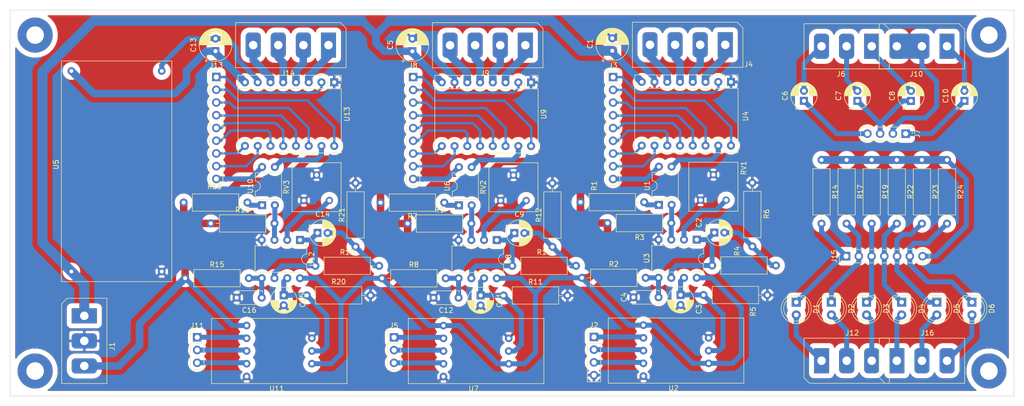
<source format=kicad_pcb>
(kicad_pcb (version 20171130) (host pcbnew "(5.1.9)-1")
  (layers (0 F.Cu signal) (31 B.Cu signal) (34 B.Paste user) (35 F.Paste user) (36 B.SilkS user) (37 F.SilkS user) (38 B.Mask user) (39 F.Mask user) (44 Edge.Cuts user))
  (net 0 "")
  (net 1 +12V)
  (net 2 GND)
  (net 3 "Net-(C2-Pad1)")
  (net 4 "Net-(C2-Pad2)")
  (net 5 "Net-(C3-Pad1)")
  (net 6 "Net-(C4-Pad1)")
  (net 7 "Net-(C6-Pad1)")
  (net 8 "Net-(C6-Pad2)")
  (net 9 "Net-(C7-Pad1)")
  (net 10 "Net-(C7-Pad2)")
  (net 11 "Net-(C8-Pad2)")
  (net 12 "Net-(C9-Pad2)")
  (net 13 "Net-(C9-Pad1)")
  (net 14 "Net-(C10-Pad1)")
  (net 15 "Net-(C10-Pad2)")
  (net 16 "Net-(C11-Pad1)")
  (net 17 "Net-(C12-Pad1)")
  (net 18 +8V)
  (net 19 "Net-(C14-Pad2)")
  (net 20 "Net-(C14-Pad1)")
  (net 21 "Net-(C15-Pad1)")
  (net 22 "Net-(C16-Pad1)")
  (net 23 "Net-(D1-Pad2)")
  (net 24 FDC1)
  (net 25 "Net-(D2-Pad2)")
  (net 26 FDC2)
  (net 27 FDC3)
  (net 28 "Net-(D3-Pad2)")
  (net 29 "Net-(D4-Pad2)")
  (net 30 FDC4)
  (net 31 FDC5)
  (net 32 "Net-(D5-Pad2)")
  (net 33 FDC6)
  (net 34 "Net-(D6-Pad2)")
  (net 35 "Net-(J3-Pad2)")
  (net 36 "Net-(J4-Pad4)")
  (net 37 "Net-(J4-Pad3)")
  (net 38 "Net-(J4-Pad2)")
  (net 39 "Net-(J4-Pad1)")
  (net 40 FDC-GND)
  (net 41 +5V)
  (net 42 "Net-(J11-Pad3)")
  (net 43 "Net-(J11-Pad2)")
  (net 44 M1_STEP)
  (net 45 M2_STEP)
  (net 46 "Net-(J14-Pad2)")
  (net 47 "Net-(J14-Pad3)")
  (net 48 "Net-(J14-Pad4)")
  (net 49 M3_STEP)
  (net 50 "Net-(RV1-Pad1)")
  (net 51 "Net-(RV2-Pad1)")
  (net 52 "Net-(RV3-Pad1)")
  (net 53 M1_CLK)
  (net 54 GND1)
  (net 55 M2_CLK)
  (net 56 M3_CLK)
  (net 57 "Net-(J2-Pad3)")
  (net 58 "Net-(J2-Pad2)")
  (net 59 "Net-(J3-Pad3)")
  (net 60 "Net-(J3-Pad4)")
  (net 61 "Net-(J3-Pad5)")
  (net 62 "Net-(J3-Pad6)")
  (net 63 "Net-(J3-Pad7)")
  (net 64 "Net-(J3-Pad8)")
  (net 65 "Net-(J5-Pad2)")
  (net 66 "Net-(J5-Pad3)")
  (net 67 "Net-(J10-Pad2)")
  (net 68 "Net-(J8-Pad1)")
  (net 69 "Net-(J8-Pad2)")
  (net 70 "Net-(J8-Pad3)")
  (net 71 "Net-(J8-Pad4)")
  (net 72 "Net-(J8-Pad5)")
  (net 73 "Net-(J8-Pad6)")
  (net 74 "Net-(J8-Pad7)")
  (net 75 "Net-(J8-Pad8)")
  (net 76 "Net-(J9-Pad1)")
  (net 77 "Net-(J9-Pad2)")
  (net 78 "Net-(J9-Pad3)")
  (net 79 "Net-(J9-Pad4)")
  (net 80 "Net-(J13-Pad8)")
  (net 81 "Net-(J13-Pad7)")
  (net 82 "Net-(J13-Pad6)")
  (net 83 "Net-(J13-Pad5)")
  (net 84 "Net-(J13-Pad4)")
  (net 85 "Net-(J13-Pad3)")
  (net 86 "Net-(J13-Pad2)")
  (net 87 "Net-(J13-Pad1)")
  (net 88 "Net-(J14-Pad1)")
  (net 89 "Net-(R1-Pad1)")
  (net 90 "Net-(R3-Pad2)")
  (net 91 "Net-(R7-Pad1)")
  (net 92 "Net-(R9-Pad2)")
  (net 93 "Net-(R13-Pad1)")
  (net 94 "Net-(R16-Pad2)")
  (net 95 "Net-(J2-Pad1)")
  (net 96 "Net-(J5-Pad1)")
  (net 97 "Net-(J11-Pad1)")
  (net 98 "Net-(J3-Pad1)")
  (module FalcaroLib:Module_DRV8825 (layer F.Cu) (at 114.58 64.412 270)
    (fp_text reference U13 (at 6.35 -2.54 90) (layer F.SilkS))
    (fp_text value DRV8825)
    (pad 1 thru_hole rect (at 0 0 270) (size 1.6 1.6) (drill 0.8) (layers *.Cu *.Mask) (net 2 GND))
    (pad 9 thru_hole oval (at 12.7 17.78 270) (size 1.6 1.6) (drill 0.8) (layers *.Cu *.Mask) (net 81 "Net-(J13-Pad7)"))
    (pad 2 thru_hole oval (at 0 2.54 270) (size 1.6 1.6) (drill 0.8) (layers *.Cu *.Mask) (net 87 "Net-(J13-Pad1)"))
    (pad 10 thru_hole oval (at 12.7 15.24 270) (size 1.6 1.6) (drill 0.8) (layers *.Cu *.Mask) (net 80 "Net-(J13-Pad8)"))
    (pad 3 thru_hole oval (at 0 5.08 270) (size 1.6 1.6) (drill 0.8) (layers *.Cu *.Mask) (net 88 "Net-(J14-Pad1)"))
    (pad 11 thru_hole oval (at 12.7 12.7 270) (size 1.6 1.6) (drill 0.8) (layers *.Cu *.Mask) (net 82 "Net-(J13-Pad6)"))
    (pad 4 thru_hole oval (at 0 7.62 270) (size 1.6 1.6) (drill 0.8) (layers *.Cu *.Mask) (net 46 "Net-(J14-Pad2)"))
    (pad 12 thru_hole oval (at 12.7 10.16 270) (size 1.6 1.6) (drill 0.8) (layers *.Cu *.Mask) (net 83 "Net-(J13-Pad5)"))
    (pad 5 thru_hole oval (at 0 10.16 270) (size 1.6 1.6) (drill 0.8) (layers *.Cu *.Mask) (net 47 "Net-(J14-Pad3)"))
    (pad 13 thru_hole oval (at 12.7 7.62 270) (size 1.6 1.6) (drill 0.8) (layers *.Cu *.Mask) (net 84 "Net-(J13-Pad4)"))
    (pad 6 thru_hole oval (at 0 12.7 270) (size 1.6 1.6) (drill 0.8) (layers *.Cu *.Mask) (net 48 "Net-(J14-Pad4)"))
    (pad 14 thru_hole oval (at 12.7 5.08 270) (size 1.6 1.6) (drill 0.8) (layers *.Cu *.Mask) (net 85 "Net-(J13-Pad3)"))
    (pad 7 thru_hole oval (at 0 15.24 270) (size 1.6 1.6) (drill 0.8) (layers *.Cu *.Mask) (net 54 GND1))
    (pad 15 thru_hole oval (at 12.7 2.54 270) (size 1.6 1.6) (drill 0.8) (layers *.Cu *.Mask) (net 56 M3_CLK))
    (pad 8 thru_hole oval (at 0 17.78 270) (size 1.6 1.6) (drill 0.8) (layers *.Cu *.Mask) (net 18 +8V))
    (pad 16 thru_hole oval (at 12.7 0 270) (size 1.6 1.6) (drill 0.8) (layers *.Cu *.Mask) (net 86 "Net-(J13-Pad2)"))
  )
  (module FalcaroLib:Module_X9C103S (layer F.Cu) (at 117.13 124.502 180)
    (fp_text reference U11 (at 14 -1) (layer F.SilkS))
    (fp_text value Module_X9C103S)
    (pad 5 thru_hole circle (at 20 1.42 180) (size 1.524 1.524) (drill 0.762) (layers *.Cu *.Mask) (net 2 GND))
    (pad 1 thru_hole circle (at 20 11.58 180) (size 1.524 1.524) (drill 0.762) (layers *.Cu *.Mask) (net 41 +5V))
    (pad 2 thru_hole circle (at 20 9.04 180) (size 1.524 1.524) (drill 0.762) (layers *.Cu *.Mask) (net 97 "Net-(J11-Pad1)"))
    (pad 6 thru_hole circle (at 7 9.04 180) (size 1.524 1.524) (drill 0.762) (layers *.Cu *.Mask) (net 2 GND))
    (pad 3 thru_hole circle (at 20 6.5 180) (size 1.524 1.524) (drill 0.762) (layers *.Cu *.Mask) (net 43 "Net-(J11-Pad2)"))
    (pad 4 thru_hole circle (at 20 3.96 180) (size 1.524 1.524) (drill 0.762) (layers *.Cu *.Mask) (net 42 "Net-(J11-Pad3)"))
    (pad 7 thru_hole circle (at 7 6.5 180) (size 1.524 1.524) (drill 0.762) (layers *.Cu *.Mask) (net 21 "Net-(C15-Pad1)"))
    (pad 8 thru_hole circle (at 7 3.96 180) (size 1.524 1.524) (drill 0.762) (layers *.Cu *.Mask) (net 41 +5V))
  )
  (module FalcaroLib:Module_X9C103S (layer F.Cu) (at 196.172 124.432 180)
    (fp_text reference U2 (at 14 -1) (layer F.SilkS))
    (fp_text value Module_X9C103S)
    (pad 5 thru_hole circle (at 20 1.42 180) (size 1.524 1.524) (drill 0.762) (layers *.Cu *.Mask) (net 2 GND))
    (pad 1 thru_hole circle (at 20 11.58 180) (size 1.524 1.524) (drill 0.762) (layers *.Cu *.Mask) (net 41 +5V))
    (pad 2 thru_hole circle (at 20 9.04 180) (size 1.524 1.524) (drill 0.762) (layers *.Cu *.Mask) (net 95 "Net-(J2-Pad1)"))
    (pad 6 thru_hole circle (at 7 9.04 180) (size 1.524 1.524) (drill 0.762) (layers *.Cu *.Mask) (net 2 GND))
    (pad 3 thru_hole circle (at 20 6.5 180) (size 1.524 1.524) (drill 0.762) (layers *.Cu *.Mask) (net 58 "Net-(J2-Pad2)"))
    (pad 4 thru_hole circle (at 20 3.96 180) (size 1.524 1.524) (drill 0.762) (layers *.Cu *.Mask) (net 57 "Net-(J2-Pad3)"))
    (pad 7 thru_hole circle (at 7 6.5 180) (size 1.524 1.524) (drill 0.762) (layers *.Cu *.Mask) (net 5 "Net-(C3-Pad1)"))
    (pad 8 thru_hole circle (at 7 3.96 180) (size 1.524 1.524) (drill 0.762) (layers *.Cu *.Mask) (net 41 +5V))
  )
  (module FalcaroLib:Module_X9C103S (layer F.Cu) (at 156.342 124.522 180)
    (fp_text reference U7 (at 14 -1) (layer F.SilkS))
    (fp_text value Module_X9C103S)
    (pad 5 thru_hole circle (at 20 1.42 180) (size 1.524 1.524) (drill 0.762) (layers *.Cu *.Mask) (net 2 GND))
    (pad 1 thru_hole circle (at 20 11.58 180) (size 1.524 1.524) (drill 0.762) (layers *.Cu *.Mask) (net 41 +5V))
    (pad 2 thru_hole circle (at 20 9.04 180) (size 1.524 1.524) (drill 0.762) (layers *.Cu *.Mask) (net 96 "Net-(J5-Pad1)"))
    (pad 6 thru_hole circle (at 7 9.04 180) (size 1.524 1.524) (drill 0.762) (layers *.Cu *.Mask) (net 2 GND))
    (pad 3 thru_hole circle (at 20 6.5 180) (size 1.524 1.524) (drill 0.762) (layers *.Cu *.Mask) (net 65 "Net-(J5-Pad2)"))
    (pad 4 thru_hole circle (at 20 3.96 180) (size 1.524 1.524) (drill 0.762) (layers *.Cu *.Mask) (net 66 "Net-(J5-Pad3)"))
    (pad 7 thru_hole circle (at 7 6.5 180) (size 1.524 1.524) (drill 0.762) (layers *.Cu *.Mask) (net 16 "Net-(C11-Pad1)"))
    (pad 8 thru_hole circle (at 7 3.96 180) (size 1.524 1.524) (drill 0.762) (layers *.Cu *.Mask) (net 41 +5V))
  )
  (module FalcaroLib:Pot_3386F_Vertical (layer F.Cu) (at 152.822 88.002 90)
    (fp_text reference RV2 (at 2.655 -8.555 90) (layer F.SilkS))
    (fp_text value 20k)
    (pad 1 thru_hole circle (at 0 0 90) (size 1.44 1.44) (drill 0.8) (layers *.Cu *.Mask) (net 51 "Net-(RV2-Pad1)"))
    (pad 2 thru_hole circle (at 5.08 -2.54 90) (size 1.44 1.44) (drill 0.8) (layers *.Cu *.Mask) (net 2 GND))
    (pad 3 thru_hole circle (at 0 -5.08 90) (size 1.44 1.44) (drill 0.8) (layers *.Cu *.Mask) (net 2 GND))
  )
  (module Resistor_THT:R_Axial_DIN0309_L9.0mm_D3.2mm_P12.70mm_Horizontal (layer F.Cu) (at 136.502 88.412 180)
    (fp_text reference R7 (at 6.35 -2.72) (layer F.SilkS))
    (fp_text value 220)
    (pad 2 thru_hole oval (at 12.7 0 180) (size 1.6 1.6) (drill 0.8) (layers *.Cu *.Mask) (net 41 +5V))
    (pad 1 thru_hole circle (at 0 0 180) (size 1.6 1.6) (drill 0.8) (layers *.Cu *.Mask) (net 91 "Net-(R7-Pad1)"))
  )
  (module Resistor_THT:R_Axial_DIN0309_L9.0mm_D3.2mm_P12.70mm_Horizontal (layer F.Cu) (at 124.092 103.502)
    (fp_text reference R8 (at 6.35 -2.72) (layer F.SilkS))
    (fp_text value 5k6)
    (pad 1 thru_hole circle (at 0 0) (size 1.6 1.6) (drill 0.8) (layers *.Cu *.Mask) (net 41 +5V))
    (pad 2 thru_hole oval (at 12.7 0) (size 1.6 1.6) (drill 0.8) (layers *.Cu *.Mask) (net 17 "Net-(C12-Pad1)"))
  )
  (module Resistor_THT:R_Axial_DIN0309_L9.0mm_D3.2mm_P12.70mm_Horizontal (layer F.Cu) (at 158.042 97.232 90)
    (fp_text reference R12 (at 6.35 -2.72 90) (layer F.SilkS))
    (fp_text value 47)
    (pad 1 thru_hole circle (at 0 0 90) (size 1.6 1.6) (drill 0.8) (layers *.Cu *.Mask) (net 12 "Net-(C9-Pad2)"))
    (pad 2 thru_hole oval (at 12.7 0 90) (size 1.6 1.6) (drill 0.8) (layers *.Cu *.Mask) (net 2 GND))
  )
  (module Resistor_THT:R_Axial_DIN0309_L9.0mm_D3.2mm_P12.70mm_Horizontal (layer F.Cu) (at 129.192 92.582)
    (fp_text reference R9 (at 6.35 -2.72) (layer F.SilkS))
    (fp_text value 10k)
    (pad 1 thru_hole circle (at 0 0) (size 1.6 1.6) (drill 0.8) (layers *.Cu *.Mask) (net 41 +5V))
    (pad 2 thru_hole oval (at 12.7 0) (size 1.6 1.6) (drill 0.8) (layers *.Cu *.Mask) (net 92 "Net-(R9-Pad2)"))
  )
  (module Package_DIP:DIP-4_W7.62mm (layer F.Cu) (at 139.422 88.952 90)
    (fp_text reference U6 (at 3.81 -2.33 90) (layer F.SilkS))
    (fp_text value PC817)
    (pad 1 thru_hole rect (at 0 0 90) (size 1.6 1.6) (drill 0.8) (layers *.Cu *.Mask) (net 91 "Net-(R7-Pad1)"))
    (pad 3 thru_hole oval (at 7.62 2.54 90) (size 1.6 1.6) (drill 0.8) (layers *.Cu *.Mask) (net 55 M2_CLK))
    (pad 2 thru_hole oval (at 0 2.54 90) (size 1.6 1.6) (drill 0.8) (layers *.Cu *.Mask) (net 92 "Net-(R9-Pad2)"))
    (pad 4 thru_hole oval (at 7.62 0 90) (size 1.6 1.6) (drill 0.8) (layers *.Cu *.Mask) (net 45 M2_STEP))
  )
  (module Resistor_THT:R_Axial_DIN0309_L9.0mm_D3.2mm_P12.70mm_Horizontal (layer F.Cu) (at 148.322 106.932)
    (fp_text reference R11 (at 6.35 -2.72) (layer F.SilkS))
    (fp_text value 2k7)
    (pad 2 thru_hole oval (at 12.7 0) (size 1.6 1.6) (drill 0.8) (layers *.Cu *.Mask) (net 2 GND))
    (pad 1 thru_hole circle (at 0 0) (size 1.6 1.6) (drill 0.8) (layers *.Cu *.Mask) (net 16 "Net-(C11-Pad1)"))
  )
  (module Resistor_THT:R_Axial_DIN0309_L9.0mm_D3.2mm_P12.70mm_Horizontal (layer F.Cu) (at 150.032 101.022)
    (fp_text reference R10 (at 6.35 -2.72) (layer F.SilkS))
    (fp_text value 100k)
    (pad 2 thru_hole oval (at 12.7 0) (size 1.6 1.6) (drill 0.8) (layers *.Cu *.Mask) (net 12 "Net-(C9-Pad2)"))
    (pad 1 thru_hole circle (at 0 0) (size 1.6 1.6) (drill 0.8) (layers *.Cu *.Mask) (net 13 "Net-(C9-Pad1)"))
  )
  (module Package_DIP:DIP-8_W7.62mm (layer F.Cu) (at 146.972 95.882 270)
    (fp_text reference U8 (at 3.81 -2.33 90) (layer F.SilkS))
    (fp_text value IC_LM331)
    (pad 1 thru_hole rect (at 0 0 270) (size 1.6 1.6) (drill 0.8) (layers *.Cu *.Mask) (net 13 "Net-(C9-Pad1)"))
    (pad 5 thru_hole oval (at 7.62 7.62 270) (size 1.6 1.6) (drill 0.8) (layers *.Cu *.Mask) (net 17 "Net-(C12-Pad1)"))
    (pad 2 thru_hole oval (at 0 2.54 270) (size 1.6 1.6) (drill 0.8) (layers *.Cu *.Mask) (net 51 "Net-(RV2-Pad1)"))
    (pad 6 thru_hole oval (at 7.62 5.08 270) (size 1.6 1.6) (drill 0.8) (layers *.Cu *.Mask) (net 13 "Net-(C9-Pad1)"))
    (pad 3 thru_hole oval (at 0 5.08 270) (size 1.6 1.6) (drill 0.8) (layers *.Cu *.Mask) (net 92 "Net-(R9-Pad2)"))
    (pad 7 thru_hole oval (at 7.62 2.54 270) (size 1.6 1.6) (drill 0.8) (layers *.Cu *.Mask) (net 16 "Net-(C11-Pad1)"))
    (pad 4 thru_hole oval (at 0 7.62 270) (size 1.6 1.6) (drill 0.8) (layers *.Cu *.Mask) (net 2 GND))
    (pad 8 thru_hole oval (at 7.62 0 270) (size 1.6 1.6) (drill 0.8) (layers *.Cu *.Mask) (net 41 +5V))
  )
  (module FalcaroLib:Module_DRV8825 (layer F.Cu) (at 153.792 64.432 270)
    (fp_text reference U9 (at 6.35 -2.54 90) (layer F.SilkS))
    (fp_text value DRV8825)
    (pad 1 thru_hole rect (at 0 0 270) (size 1.6 1.6) (drill 0.8) (layers *.Cu *.Mask) (net 2 GND))
    (pad 9 thru_hole oval (at 12.7 17.78 270) (size 1.6 1.6) (drill 0.8) (layers *.Cu *.Mask) (net 74 "Net-(J8-Pad7)"))
    (pad 2 thru_hole oval (at 0 2.54 270) (size 1.6 1.6) (drill 0.8) (layers *.Cu *.Mask) (net 68 "Net-(J8-Pad1)"))
    (pad 10 thru_hole oval (at 12.7 15.24 270) (size 1.6 1.6) (drill 0.8) (layers *.Cu *.Mask) (net 75 "Net-(J8-Pad8)"))
    (pad 3 thru_hole oval (at 0 5.08 270) (size 1.6 1.6) (drill 0.8) (layers *.Cu *.Mask) (net 76 "Net-(J9-Pad1)"))
    (pad 11 thru_hole oval (at 12.7 12.7 270) (size 1.6 1.6) (drill 0.8) (layers *.Cu *.Mask) (net 73 "Net-(J8-Pad6)"))
    (pad 4 thru_hole oval (at 0 7.62 270) (size 1.6 1.6) (drill 0.8) (layers *.Cu *.Mask) (net 77 "Net-(J9-Pad2)"))
    (pad 12 thru_hole oval (at 12.7 10.16 270) (size 1.6 1.6) (drill 0.8) (layers *.Cu *.Mask) (net 72 "Net-(J8-Pad5)"))
    (pad 5 thru_hole oval (at 0 10.16 270) (size 1.6 1.6) (drill 0.8) (layers *.Cu *.Mask) (net 78 "Net-(J9-Pad3)"))
    (pad 13 thru_hole oval (at 12.7 7.62 270) (size 1.6 1.6) (drill 0.8) (layers *.Cu *.Mask) (net 71 "Net-(J8-Pad4)"))
    (pad 6 thru_hole oval (at 0 12.7 270) (size 1.6 1.6) (drill 0.8) (layers *.Cu *.Mask) (net 79 "Net-(J9-Pad4)"))
    (pad 14 thru_hole oval (at 12.7 5.08 270) (size 1.6 1.6) (drill 0.8) (layers *.Cu *.Mask) (net 70 "Net-(J8-Pad3)"))
    (pad 7 thru_hole oval (at 0 15.24 270) (size 1.6 1.6) (drill 0.8) (layers *.Cu *.Mask) (net 2 GND))
    (pad 15 thru_hole oval (at 12.7 2.54 270) (size 1.6 1.6) (drill 0.8) (layers *.Cu *.Mask) (net 55 M2_CLK))
    (pad 8 thru_hole oval (at 0 17.78 270) (size 1.6 1.6) (drill 0.8) (layers *.Cu *.Mask) (net 1 +12V))
    (pad 16 thru_hole oval (at 12.7 0 270) (size 1.6 1.6) (drill 0.8) (layers *.Cu *.Mask) (net 69 "Net-(J8-Pad2)"))
  )
  (module FalcaroLib:Connector_Screw_4pin (layer F.Cu) (at 156.152 61.522 180)
    (fp_text reference J9 (at 11.54 -1.07) (layer F.SilkS))
    (fp_text value Screw_Terminal_01x04)
    (pad 1 thru_hole rect (at 3.5 4.5 180) (size 3 5) (drill 1.7) (layers *.Cu *.Mask) (net 76 "Net-(J9-Pad1)"))
    (pad 2 thru_hole roundrect (at 8.5 4.5 180) (size 3 5) (drill 1.7) (layers *.Cu *.Mask) (net 77 "Net-(J9-Pad2)"))
    (pad 3 thru_hole roundrect (at 13.5 4.5 180) (size 3 5) (drill 1.7) (layers *.Cu *.Mask) (net 78 "Net-(J9-Pad3)"))
    (pad 4 thru_hole roundrect (at 18.5 4.5 180) (size 3 5) (drill 1.7) (layers *.Cu *.Mask) (net 79 "Net-(J9-Pad4)"))
  )
  (module Capacitor_THT:CP_Radial_D5.0mm_P2.00mm (layer F.Cu) (at 143.742 106.912 270)
    (fp_text reference C11 (at 1 -3.75 90) (layer F.SilkS))
    (fp_text value 1uF)
    (pad 2 thru_hole circle (at 2 0 270) (size 1.6 1.6) (drill 0.8) (layers *.Cu *.Mask) (net 2 GND))
    (pad 1 thru_hole rect (at 0 0 270) (size 1.6 1.6) (drill 0.8) (layers *.Cu *.Mask) (net 16 "Net-(C11-Pad1)"))
  )
  (module Capacitor_THT:C_Disc_D5.0mm_W2.5mm_P5.00mm (layer F.Cu) (at 139.352 107.382 180)
    (fp_text reference C12 (at 2.5 -2.5) (layer F.SilkS))
    (fp_text value 10nF)
    (pad 1 thru_hole circle (at 0 0 180) (size 1.6 1.6) (drill 0.8) (layers *.Cu *.Mask) (net 17 "Net-(C12-Pad1)"))
    (pad 2 thru_hole circle (at 5 0 180) (size 1.6 1.6) (drill 0.8) (layers *.Cu *.Mask) (net 2 GND))
  )
  (module Capacitor_THT:CP_Radial_D5.0mm_P2.00mm (layer F.Cu) (at 150.462 94.482)
    (fp_text reference C9 (at 1 -3.75) (layer F.SilkS))
    (fp_text value 1uF)
    (pad 2 thru_hole circle (at 2 0) (size 1.6 1.6) (drill 0.8) (layers *.Cu *.Mask) (net 12 "Net-(C9-Pad2)"))
    (pad 1 thru_hole rect (at 0 0) (size 1.6 1.6) (drill 0.8) (layers *.Cu *.Mask) (net 13 "Net-(C9-Pad1)"))
  )
  (module Capacitor_THT:CP_Radial_D6.3mm_P2.50mm (layer F.Cu) (at 130.142 58.222 90)
    (fp_text reference C5 (at 1.25 -4.4 90) (layer F.SilkS))
    (fp_text value "100 μF")
    (pad 1 thru_hole rect (at 0 0 90) (size 1.6 1.6) (drill 0.8) (layers *.Cu *.Mask) (net 1 +12V))
    (pad 2 thru_hole circle (at 2.5 0 90) (size 1.6 1.6) (drill 0.8) (layers *.Cu *.Mask) (net 2 GND))
  )
  (module FalcaroLib:Pot_3386F_Vertical (layer F.Cu) (at 192.652 87.912 90)
    (fp_text reference RV1 (at 6.39 3.52 90) (layer F.SilkS))
    (fp_text value 20k)
    (pad 1 thru_hole circle (at 0 0 90) (size 1.44 1.44) (drill 0.8) (layers *.Cu *.Mask) (net 50 "Net-(RV1-Pad1)"))
    (pad 2 thru_hole circle (at 5.08 -2.54 90) (size 1.44 1.44) (drill 0.8) (layers *.Cu *.Mask) (net 2 GND))
    (pad 3 thru_hole circle (at 0 -5.08 90) (size 1.44 1.44) (drill 0.8) (layers *.Cu *.Mask) (net 2 GND))
  )
  (module Capacitor_THT:CP_Radial_D6.3mm_P2.50mm (layer F.Cu) (at 169.972 58.132 90)
    (fp_text reference C1 (at 1.38 -4.43 90) (layer F.SilkS))
    (fp_text value "100 μF")
    (pad 1 thru_hole rect (at 0 0 90) (size 1.6 1.6) (drill 0.8) (layers *.Cu *.Mask) (net 1 +12V))
    (pad 2 thru_hole circle (at 2.5 0 90) (size 1.6 1.6) (drill 0.8) (layers *.Cu *.Mask) (net 2 GND))
  )
  (module Capacitor_THT:CP_Radial_D5.0mm_P2.00mm (layer F.Cu) (at 190.292 94.392)
    (fp_text reference C2 (at -3.05 -1.97 270) (layer F.SilkS))
    (fp_text value 1uF)
    (pad 1 thru_hole rect (at 0 0) (size 1.6 1.6) (drill 0.8) (layers *.Cu *.Mask) (net 3 "Net-(C2-Pad1)"))
    (pad 2 thru_hole circle (at 2 0) (size 1.6 1.6) (drill 0.8) (layers *.Cu *.Mask) (net 4 "Net-(C2-Pad2)"))
  )
  (module Capacitor_THT:CP_Radial_D5.0mm_P2.00mm (layer F.Cu) (at 183.572 106.822 270)
    (fp_text reference C3 (at 2.86 -3.66 90) (layer F.SilkS))
    (fp_text value 1uF)
    (pad 1 thru_hole rect (at 0 0 270) (size 1.6 1.6) (drill 0.8) (layers *.Cu *.Mask) (net 5 "Net-(C3-Pad1)"))
    (pad 2 thru_hole circle (at 2 0 270) (size 1.6 1.6) (drill 0.8) (layers *.Cu *.Mask) (net 2 GND))
  )
  (module Capacitor_THT:C_Disc_D5.0mm_W2.5mm_P5.00mm (layer F.Cu) (at 179.182 107.292 180)
    (fp_text reference C4 (at 6.88 0.02 270) (layer F.SilkS))
    (fp_text value 10nF)
    (pad 1 thru_hole circle (at 0 0 180) (size 1.6 1.6) (drill 0.8) (layers *.Cu *.Mask) (net 6 "Net-(C4-Pad1)"))
    (pad 2 thru_hole circle (at 5 0 180) (size 1.6 1.6) (drill 0.8) (layers *.Cu *.Mask) (net 2 GND))
  )
  (module Capacitor_THT:CP_Radial_D5.0mm_P2.00mm (layer F.Cu) (at 208.15 68.11 90)
    (fp_text reference C6 (at 1 -3.75 90) (layer F.SilkS))
    (fp_text value 10uF)
    (pad 1 thru_hole rect (at 0 0 90) (size 1.6 1.6) (drill 0.8) (layers *.Cu *.Mask) (net 7 "Net-(C6-Pad1)"))
    (pad 2 thru_hole circle (at 2 0 90) (size 1.6 1.6) (drill 0.8) (layers *.Cu *.Mask) (net 8 "Net-(C6-Pad2)"))
  )
  (module Capacitor_THT:CP_Radial_D5.0mm_P2.00mm (layer F.Cu) (at 218.8 68.12 90)
    (fp_text reference C7 (at 1 -3.75 90) (layer F.SilkS))
    (fp_text value 10uF)
    (pad 1 thru_hole rect (at 0 0 90) (size 1.6 1.6) (drill 0.8) (layers *.Cu *.Mask) (net 9 "Net-(C7-Pad1)"))
    (pad 2 thru_hole circle (at 2 0 90) (size 1.6 1.6) (drill 0.8) (layers *.Cu *.Mask) (net 10 "Net-(C7-Pad2)"))
  )
  (module Capacitor_THT:CP_Radial_D5.0mm_P2.00mm (layer F.Cu) (at 229.47 68.13 90)
    (fp_text reference C8 (at 1 -3.75 90) (layer F.SilkS))
    (fp_text value 10uF)
    (pad 2 thru_hole circle (at 2 0 90) (size 1.6 1.6) (drill 0.8) (layers *.Cu *.Mask) (net 11 "Net-(C8-Pad2)"))
    (pad 1 thru_hole rect (at 0 0 90) (size 1.6 1.6) (drill 0.8) (layers *.Cu *.Mask) (net 9 "Net-(C7-Pad1)"))
  )
  (module Capacitor_THT:CP_Radial_D5.0mm_P2.00mm (layer F.Cu) (at 240.12 68.12 90)
    (fp_text reference C10 (at 1 -3.75 90) (layer F.SilkS))
    (fp_text value 10uF)
    (pad 1 thru_hole rect (at 0 0 90) (size 1.6 1.6) (drill 0.8) (layers *.Cu *.Mask) (net 14 "Net-(C10-Pad1)"))
    (pad 2 thru_hole circle (at 2 0 90) (size 1.6 1.6) (drill 0.8) (layers *.Cu *.Mask) (net 15 "Net-(C10-Pad2)"))
  )
  (module Capacitor_THT:CP_Radial_D6.3mm_P2.50mm (layer F.Cu) (at 90.93 58.202 90)
    (fp_text reference C13 (at 1.25 -4.4 90) (layer F.SilkS))
    (fp_text value "100 μF")
    (pad 1 thru_hole rect (at 0 0 90) (size 1.6 1.6) (drill 0.8) (layers *.Cu *.Mask) (net 18 +8V))
    (pad 2 thru_hole circle (at 2.5 0 90) (size 1.6 1.6) (drill 0.8) (layers *.Cu *.Mask) (net 54 GND1))
  )
  (module LED_THT:LED_D5.0mm (layer F.Cu) (at 206.62 108.27 270)
    (fp_text reference D1 (at 1.27 -3.96 90) (layer F.SilkS))
    (fp_text value LED)
    (pad 2 thru_hole circle (at 2.54 0 270) (size 1.8 1.8) (drill 0.9) (layers *.Cu *.Mask) (net 23 "Net-(D1-Pad2)"))
    (pad 1 thru_hole rect (at 0 0 270) (size 1.8 1.8) (drill 0.9) (layers *.Cu *.Mask) (net 24 FDC1))
  )
  (module LED_THT:LED_D5.0mm (layer F.Cu) (at 213.62 108.27 270)
    (fp_text reference D2 (at 1.27 -3.96 90) (layer F.SilkS))
    (fp_text value LED)
    (pad 2 thru_hole circle (at 2.54 0 270) (size 1.8 1.8) (drill 0.9) (layers *.Cu *.Mask) (net 25 "Net-(D2-Pad2)"))
    (pad 1 thru_hole rect (at 0 0 270) (size 1.8 1.8) (drill 0.9) (layers *.Cu *.Mask) (net 26 FDC2))
  )
  (module LED_THT:LED_D5.0mm (layer F.Cu) (at 220.62 108.27 270)
    (fp_text reference D3 (at 1.27 -3.96 90) (layer F.SilkS))
    (fp_text value LED)
    (pad 1 thru_hole rect (at 0 0 270) (size 1.8 1.8) (drill 0.9) (layers *.Cu *.Mask) (net 27 FDC3))
    (pad 2 thru_hole circle (at 2.54 0 270) (size 1.8 1.8) (drill 0.9) (layers *.Cu *.Mask) (net 28 "Net-(D3-Pad2)"))
  )
  (module LED_THT:LED_D5.0mm (layer F.Cu) (at 227.62 108.27 270)
    (fp_text reference D4 (at 1.27 -3.96 90) (layer F.SilkS))
    (fp_text value LED)
    (pad 2 thru_hole circle (at 2.54 0 270) (size 1.8 1.8) (drill 0.9) (layers *.Cu *.Mask) (net 29 "Net-(D4-Pad2)"))
    (pad 1 thru_hole rect (at 0 0 270) (size 1.8 1.8) (drill 0.9) (layers *.Cu *.Mask) (net 30 FDC4))
  )
  (module LED_THT:LED_D5.0mm (layer F.Cu) (at 234.62 108.27 270)
    (fp_text reference D5 (at 1.27 -3.96 90) (layer F.SilkS))
    (fp_text value LED)
    (pad 1 thru_hole rect (at 0 0 270) (size 1.8 1.8) (drill 0.9) (layers *.Cu *.Mask) (net 31 FDC5))
    (pad 2 thru_hole circle (at 2.54 0 270) (size 1.8 1.8) (drill 0.9) (layers *.Cu *.Mask) (net 32 "Net-(D5-Pad2)"))
  )
  (module LED_THT:LED_D5.0mm (layer F.Cu) (at 241.62 108.27 270)
    (fp_text reference D6 (at 1.27 -3.96 90) (layer F.SilkS))
    (fp_text value LED)
    (pad 1 thru_hole rect (at 0 0 270) (size 1.8 1.8) (drill 0.9) (layers *.Cu *.Mask) (net 33 FDC6))
    (pad 2 thru_hole circle (at 2.54 0 270) (size 1.8 1.8) (drill 0.9) (layers *.Cu *.Mask) (net 34 "Net-(D6-Pad2)"))
  )
  (module Connector_PinHeader_2.54mm:PinHeader_1x04_P2.54mm_Vertical (layer F.Cu) (at 228.41 74.66 270)
    (fp_text reference J7 (at 0 -2.33 90) (layer F.SilkS))
    (fp_text value Conn_01x04_Male)
    (pad 4 thru_hole oval (at 0 7.62 270) (size 1.7 1.7) (drill 1) (layers *.Cu *.Mask) (net 7 "Net-(C6-Pad1)"))
    (pad 3 thru_hole oval (at 0 5.08 270) (size 1.7 1.7) (drill 1) (layers *.Cu *.Mask) (net 9 "Net-(C7-Pad1)"))
    (pad 2 thru_hole oval (at 0 2.54 270) (size 1.7 1.7) (drill 1) (layers *.Cu *.Mask) (net 67 "Net-(J10-Pad2)"))
    (pad 1 thru_hole rect (at 0 0 270) (size 1.7 1.7) (drill 1) (layers *.Cu *.Mask) (net 14 "Net-(C10-Pad1)"))
  )
  (module Connector_PinHeader_2.54mm:PinHeader_1x07_P2.54mm_Vertical (layer F.Cu) (at 216.54 99.1 90)
    (fp_text reference J15 (at 0 -2.33 90) (layer F.SilkS))
    (fp_text value Conn_01x07_Male)
    (pad 1 thru_hole rect (at 0 0 90) (size 1.7 1.7) (drill 1) (layers *.Cu *.Mask) (net 24 FDC1))
    (pad 2 thru_hole oval (at 0 2.54 90) (size 1.7 1.7) (drill 1) (layers *.Cu *.Mask) (net 26 FDC2))
    (pad 3 thru_hole oval (at 0 5.08 90) (size 1.7 1.7) (drill 1) (layers *.Cu *.Mask) (net 27 FDC3))
    (pad 4 thru_hole oval (at 0 7.62 90) (size 1.7 1.7) (drill 1) (layers *.Cu *.Mask) (net 30 FDC4))
    (pad 5 thru_hole oval (at 0 10.16 90) (size 1.7 1.7) (drill 1) (layers *.Cu *.Mask) (net 31 FDC5))
    (pad 6 thru_hole oval (at 0 12.7 90) (size 1.7 1.7) (drill 1) (layers *.Cu *.Mask) (net 33 FDC6))
    (pad 7 thru_hole oval (at 0 15.24 90) (size 1.7 1.7) (drill 1) (layers *.Cu *.Mask) (net 40 FDC-GND))
  )
  (module Resistor_THT:R_Axial_DIN0309_L9.0mm_D3.2mm_P12.70mm_Horizontal (layer F.Cu) (at 211.65 79.9 270)
    (fp_text reference R14 (at 6.35 -2.72 90) (layer F.SilkS))
    (fp_text value 1k)
    (pad 1 thru_hole circle (at 0 0 270) (size 1.6 1.6) (drill 0.8) (layers *.Cu *.Mask) (net 40 FDC-GND))
    (pad 2 thru_hole oval (at 12.7 0 270) (size 1.6 1.6) (drill 0.8) (layers *.Cu *.Mask) (net 24 FDC1))
  )
  (module Resistor_THT:R_Axial_DIN0309_L9.0mm_D3.2mm_P12.70mm_Horizontal (layer F.Cu) (at 176.332 88.322 180)
    (fp_text reference R1 (at 9.95 3.25 270) (layer F.SilkS))
    (fp_text value 220)
    (pad 2 thru_hole oval (at 12.7 0 180) (size 1.6 1.6) (drill 0.8) (layers *.Cu *.Mask) (net 41 +5V))
    (pad 1 thru_hole circle (at 0 0 180) (size 1.6 1.6) (drill 0.8) (layers *.Cu *.Mask) (net 89 "Net-(R1-Pad1)"))
  )
  (module Resistor_THT:R_Axial_DIN0309_L9.0mm_D3.2mm_P12.70mm_Horizontal (layer F.Cu) (at 163.922 103.412)
    (fp_text reference R2 (at 6.35 -2.72) (layer F.SilkS))
    (fp_text value 5k6)
    (pad 1 thru_hole circle (at 0 0) (size 1.6 1.6) (drill 0.8) (layers *.Cu *.Mask) (net 41 +5V))
    (pad 2 thru_hole oval (at 12.7 0) (size 1.6 1.6) (drill 0.8) (layers *.Cu *.Mask) (net 6 "Net-(C4-Pad1)"))
  )
  (module Resistor_THT:R_Axial_DIN0309_L9.0mm_D3.2mm_P12.70mm_Horizontal (layer F.Cu) (at 169.022 92.492)
    (fp_text reference R3 (at 6.39 2.84) (layer F.SilkS))
    (fp_text value 10k)
    (pad 1 thru_hole circle (at 0 0) (size 1.6 1.6) (drill 0.8) (layers *.Cu *.Mask) (net 41 +5V))
    (pad 2 thru_hole oval (at 12.7 0) (size 1.6 1.6) (drill 0.8) (layers *.Cu *.Mask) (net 90 "Net-(R3-Pad2)"))
  )
  (module Resistor_THT:R_Axial_DIN0309_L9.0mm_D3.2mm_P12.70mm_Horizontal (layer F.Cu) (at 189.862 100.952)
    (fp_text reference R4 (at 4.98 -2.89 270) (layer F.SilkS))
    (fp_text value 100k)
    (pad 2 thru_hole oval (at 12.7 0) (size 1.6 1.6) (drill 0.8) (layers *.Cu *.Mask) (net 4 "Net-(C2-Pad2)"))
    (pad 1 thru_hole circle (at 0 0) (size 1.6 1.6) (drill 0.8) (layers *.Cu *.Mask) (net 3 "Net-(C2-Pad1)"))
  )
  (module Resistor_THT:R_Axial_DIN0309_L9.0mm_D3.2mm_P12.70mm_Horizontal (layer F.Cu) (at 188.152 106.842)
    (fp_text reference R5 (at 9.87 3.32 270) (layer F.SilkS))
    (fp_text value 2k7)
    (pad 2 thru_hole oval (at 12.7 0) (size 1.6 1.6) (drill 0.8) (layers *.Cu *.Mask) (net 2 GND))
    (pad 1 thru_hole circle (at 0 0) (size 1.6 1.6) (drill 0.8) (layers *.Cu *.Mask) (net 5 "Net-(C3-Pad1)"))
  )
  (module Resistor_THT:R_Axial_DIN0309_L9.0mm_D3.2mm_P12.70mm_Horizontal (layer F.Cu) (at 197.872 97.142 90)
    (fp_text reference R6 (at 6.49 2.84 90) (layer F.SilkS))
    (fp_text value 47)
    (pad 1 thru_hole circle (at 0 0 90) (size 1.6 1.6) (drill 0.8) (layers *.Cu *.Mask) (net 4 "Net-(C2-Pad2)"))
    (pad 2 thru_hole oval (at 12.7 0 90) (size 1.6 1.6) (drill 0.8) (layers *.Cu *.Mask) (net 2 GND))
  )
  (module Resistor_THT:R_Axial_DIN0309_L9.0mm_D3.2mm_P12.70mm_Horizontal (layer F.Cu) (at 216.65 79.9 270)
    (fp_text reference R17 (at 6.35 -2.72 90) (layer F.SilkS))
    (fp_text value 1k)
    (pad 2 thru_hole oval (at 12.7 0 270) (size 1.6 1.6) (drill 0.8) (layers *.Cu *.Mask) (net 26 FDC2))
    (pad 1 thru_hole circle (at 0 0 270) (size 1.6 1.6) (drill 0.8) (layers *.Cu *.Mask) (net 40 FDC-GND))
  )
  (module Resistor_THT:R_Axial_DIN0309_L9.0mm_D3.2mm_P12.70mm_Horizontal (layer F.Cu) (at 221.65 79.9 270)
    (fp_text reference R19 (at 6.35 -2.72 90) (layer F.SilkS))
    (fp_text value 1k)
    (pad 1 thru_hole circle (at 0 0 270) (size 1.6 1.6) (drill 0.8) (layers *.Cu *.Mask) (net 40 FDC-GND))
    (pad 2 thru_hole oval (at 12.7 0 270) (size 1.6 1.6) (drill 0.8) (layers *.Cu *.Mask) (net 27 FDC3))
  )
  (module Resistor_THT:R_Axial_DIN0309_L9.0mm_D3.2mm_P12.70mm_Horizontal (layer F.Cu) (at 226.65 79.9 270)
    (fp_text reference R22 (at 6.35 -2.72 90) (layer F.SilkS))
    (fp_text value 1k)
    (pad 2 thru_hole oval (at 12.7 0 270) (size 1.6 1.6) (drill 0.8) (layers *.Cu *.Mask) (net 30 FDC4))
    (pad 1 thru_hole circle (at 0 0 270) (size 1.6 1.6) (drill 0.8) (layers *.Cu *.Mask) (net 40 FDC-GND))
  )
  (module Resistor_THT:R_Axial_DIN0309_L9.0mm_D3.2mm_P12.70mm_Horizontal (layer F.Cu) (at 231.65 79.9 270)
    (fp_text reference R23 (at 6.35 -2.72 90) (layer F.SilkS))
    (fp_text value 1k)
    (pad 1 thru_hole circle (at 0 0 270) (size 1.6 1.6) (drill 0.8) (layers *.Cu *.Mask) (net 40 FDC-GND))
    (pad 2 thru_hole oval (at 12.7 0 270) (size 1.6 1.6) (drill 0.8) (layers *.Cu *.Mask) (net 31 FDC5))
  )
  (module Resistor_THT:R_Axial_DIN0309_L9.0mm_D3.2mm_P12.70mm_Horizontal (layer F.Cu) (at 236.65 79.9 270)
    (fp_text reference R24 (at 6.35 -2.72 90) (layer F.SilkS))
    (fp_text value 1k)
    (pad 2 thru_hole oval (at 12.7 0 270) (size 1.6 1.6) (drill 0.8) (layers *.Cu *.Mask) (net 33 FDC6))
    (pad 1 thru_hole circle (at 0 0 270) (size 1.6 1.6) (drill 0.8) (layers *.Cu *.Mask) (net 40 FDC-GND))
  )
  (module Package_DIP:DIP-4_W7.62mm (layer F.Cu) (at 179.252 88.862 90)
    (fp_text reference U1 (at 3.81 -2.33 90) (layer F.SilkS))
    (fp_text value PC817)
    (pad 1 thru_hole rect (at 0 0 90) (size 1.6 1.6) (drill 0.8) (layers *.Cu *.Mask) (net 89 "Net-(R1-Pad1)"))
    (pad 3 thru_hole oval (at 7.62 2.54 90) (size 1.6 1.6) (drill 0.8) (layers *.Cu *.Mask) (net 53 M1_CLK))
    (pad 2 thru_hole oval (at 0 2.54 90) (size 1.6 1.6) (drill 0.8) (layers *.Cu *.Mask) (net 90 "Net-(R3-Pad2)"))
    (pad 4 thru_hole oval (at 7.62 0 90) (size 1.6 1.6) (drill 0.8) (layers *.Cu *.Mask) (net 44 M1_STEP))
  )
  (module Package_DIP:DIP-8_W7.62mm (layer F.Cu) (at 186.802 95.792 270)
    (fp_text reference U3 (at 3.72 9.97 90) (layer F.SilkS))
    (fp_text value IC_LM331)
    (pad 8 thru_hole oval (at 7.62 0 270) (size 1.6 1.6) (drill 0.8) (layers *.Cu *.Mask) (net 41 +5V))
    (pad 4 thru_hole oval (at 0 7.62 270) (size 1.6 1.6) (drill 0.8) (layers *.Cu *.Mask) (net 2 GND))
    (pad 7 thru_hole oval (at 7.62 2.54 270) (size 1.6 1.6) (drill 0.8) (layers *.Cu *.Mask) (net 5 "Net-(C3-Pad1)"))
    (pad 3 thru_hole oval (at 0 5.08 270) (size 1.6 1.6) (drill 0.8) (layers *.Cu *.Mask) (net 90 "Net-(R3-Pad2)"))
    (pad 6 thru_hole oval (at 7.62 5.08 270) (size 1.6 1.6) (drill 0.8) (layers *.Cu *.Mask) (net 3 "Net-(C2-Pad1)"))
    (pad 2 thru_hole oval (at 0 2.54 270) (size 1.6 1.6) (drill 0.8) (layers *.Cu *.Mask) (net 50 "Net-(RV1-Pad1)"))
    (pad 5 thru_hole oval (at 7.62 7.62 270) (size 1.6 1.6) (drill 0.8) (layers *.Cu *.Mask) (net 6 "Net-(C4-Pad1)"))
    (pad 1 thru_hole rect (at 0 0 270) (size 1.6 1.6) (drill 0.8) (layers *.Cu *.Mask) (net 3 "Net-(C2-Pad1)"))
  )
  (module FalcaroLib:Connector_Screw_4pin (layer F.Cu) (at 195.982 61.432 180)
    (fp_text reference J4 (at -1.16 0.58) (layer F.SilkS))
    (fp_text value Screw_Terminal_01x04)
    (pad 1 thru_hole rect (at 3.5 4.5 180) (size 3 5) (drill 1.7) (layers *.Cu *.Mask) (net 39 "Net-(J4-Pad1)"))
    (pad 2 thru_hole roundrect (at 8.5 4.5 180) (size 3 5) (drill 1.7) (layers *.Cu *.Mask) (net 38 "Net-(J4-Pad2)"))
    (pad 3 thru_hole roundrect (at 13.5 4.5 180) (size 3 5) (drill 1.7) (layers *.Cu *.Mask) (net 37 "Net-(J4-Pad3)"))
    (pad 4 thru_hole roundrect (at 18.5 4.5 180) (size 3 5) (drill 1.7) (layers *.Cu *.Mask) (net 36 "Net-(J4-Pad4)"))
  )
  (module FalcaroLib:Connector_Screw_3pin (layer F.Cu) (at 225.15 61.73 180)
    (fp_text reference J6 (at 9.6 -1.04) (layer F.SilkS))
    (fp_text value Screw_Terminal_01x03)
    (pad 3 thru_hole roundrect (at 13.5 4.5 180) (size 3 5) (drill 1.7) (layers *.Cu *.Mask) (net 8 "Net-(C6-Pad2)"))
    (pad 2 thru_hole roundrect (at 8.5 4.5 180) (size 3 5) (drill 1.7) (layers *.Cu *.Mask) (net 10 "Net-(C7-Pad2)"))
    (pad 1 thru_hole rect (at 3.5 4.5 180) (size 3 5) (drill 1.7) (layers *.Cu *.Mask) (net 11 "Net-(C8-Pad2)"))
  )
  (module FalcaroLib:Connector_Screw_3pin (layer F.Cu) (at 240.15 61.73 180)
    (fp_text reference J10 (at 9.6 -1.04) (layer F.SilkS))
    (fp_text value Screw_Terminal_01x03)
    (pad 1 thru_hole rect (at 3.5 4.5 180) (size 3 5) (drill 1.7) (layers *.Cu *.Mask) (net 15 "Net-(C10-Pad2)"))
    (pad 2 thru_hole roundrect (at 8.5 4.5 180) (size 3 5) (drill 1.7) (layers *.Cu *.Mask) (net 67 "Net-(J10-Pad2)"))
    (pad 3 thru_hole roundrect (at 13.5 4.5 180) (size 3 5) (drill 1.7) (layers *.Cu *.Mask) (net 67 "Net-(J10-Pad2)"))
  )
  (module FalcaroLib:Connector_Screw_3pin (layer F.Cu) (at 208.16 115.45)
    (fp_text reference J12 (at 9.6 -1.04) (layer F.SilkS))
    (fp_text value Screw_Terminal_01x03)
    (pad 3 thru_hole roundrect (at 13.5 4.5) (size 3 5) (drill 1.7) (layers *.Cu *.Mask) (net 28 "Net-(D3-Pad2)"))
    (pad 2 thru_hole roundrect (at 8.5 4.5) (size 3 5) (drill 1.7) (layers *.Cu *.Mask) (net 25 "Net-(D2-Pad2)"))
    (pad 1 thru_hole rect (at 3.5 4.5) (size 3 5) (drill 1.7) (layers *.Cu *.Mask) (net 23 "Net-(D1-Pad2)"))
  )
  (module FalcaroLib:Connector_Screw_4pin (layer F.Cu) (at 116.94 61.502 180)
    (fp_text reference J14 (at 11.54 -1.07) (layer F.SilkS))
    (fp_text value Screw_Terminal_01x04)
    (pad 1 thru_hole rect (at 3.5 4.5 180) (size 3 5) (drill 1.7) (layers *.Cu *.Mask) (net 88 "Net-(J14-Pad1)"))
    (pad 2 thru_hole roundrect (at 8.5 4.5 180) (size 3 5) (drill 1.7) (layers *.Cu *.Mask) (net 46 "Net-(J14-Pad2)"))
    (pad 3 thru_hole roundrect (at 13.5 4.5 180) (size 3 5) (drill 1.7) (layers *.Cu *.Mask) (net 47 "Net-(J14-Pad3)"))
    (pad 4 thru_hole roundrect (at 18.5 4.5 180) (size 3 5) (drill 1.7) (layers *.Cu *.Mask) (net 48 "Net-(J14-Pad4)"))
  )
  (module FalcaroLib:Connector_Screw_3pin (layer F.Cu) (at 223.16 115.45)
    (fp_text reference J16 (at 9.6 -1.04) (layer F.SilkS))
    (fp_text value Screw_Terminal_01x03)
    (pad 1 thru_hole rect (at 3.5 4.5) (size 3 5) (drill 1.7) (layers *.Cu *.Mask) (net 29 "Net-(D4-Pad2)"))
    (pad 2 thru_hole roundrect (at 8.5 4.5) (size 3 5) (drill 1.7) (layers *.Cu *.Mask) (net 32 "Net-(D5-Pad2)"))
    (pad 3 thru_hole roundrect (at 13.5 4.5) (size 3 5) (drill 1.7) (layers *.Cu *.Mask) (net 34 "Net-(D6-Pad2)"))
  )
  (module FalcaroLib:Connector_Screw_3pin (layer F.Cu) (at 69.29 107.49 270)
    (fp_text reference J1 (at 9.6 -1.04 90) (layer F.SilkS))
    (fp_text value Screw_Terminal_01x03)
    (pad 1 thru_hole rect (at 3.5 4.5 270) (size 3 5) (drill 1.7) (layers *.Cu *.Mask) (net 1 +12V))
    (pad 2 thru_hole roundrect (at 8.5 4.5 270) (size 3 5) (drill 1.7) (layers *.Cu *.Mask) (net 2 GND))
    (pad 3 thru_hole roundrect (at 13.5 4.5 270) (size 3 5) (drill 1.7) (layers *.Cu *.Mask) (net 41 +5V))
  )
  (module FalcaroLib:Module_DRV8825 (layer F.Cu) (at 193.622 64.342 270)
    (fp_text reference U4 (at 6.83 -2.9 90) (layer F.SilkS))
    (fp_text value DRV8825)
    (pad 1 thru_hole rect (at 0 0 270) (size 1.6 1.6) (drill 0.8) (layers *.Cu *.Mask) (net 2 GND))
    (pad 9 thru_hole oval (at 12.7 17.78 270) (size 1.6 1.6) (drill 0.8) (layers *.Cu *.Mask) (net 63 "Net-(J3-Pad7)"))
    (pad 2 thru_hole oval (at 0 2.54 270) (size 1.6 1.6) (drill 0.8) (layers *.Cu *.Mask) (net 98 "Net-(J3-Pad1)"))
    (pad 10 thru_hole oval (at 12.7 15.24 270) (size 1.6 1.6) (drill 0.8) (layers *.Cu *.Mask) (net 64 "Net-(J3-Pad8)"))
    (pad 3 thru_hole oval (at 0 5.08 270) (size 1.6 1.6) (drill 0.8) (layers *.Cu *.Mask) (net 39 "Net-(J4-Pad1)"))
    (pad 11 thru_hole oval (at 12.7 12.7 270) (size 1.6 1.6) (drill 0.8) (layers *.Cu *.Mask) (net 62 "Net-(J3-Pad6)"))
    (pad 4 thru_hole oval (at 0 7.62 270) (size 1.6 1.6) (drill 0.8) (layers *.Cu *.Mask) (net 38 "Net-(J4-Pad2)"))
    (pad 12 thru_hole oval (at 12.7 10.16 270) (size 1.6 1.6) (drill 0.8) (layers *.Cu *.Mask) (net 61 "Net-(J3-Pad5)"))
    (pad 5 thru_hole oval (at 0 10.16 270) (size 1.6 1.6) (drill 0.8) (layers *.Cu *.Mask) (net 37 "Net-(J4-Pad3)"))
    (pad 13 thru_hole oval (at 12.7 7.62 270) (size 1.6 1.6) (drill 0.8) (layers *.Cu *.Mask) (net 60 "Net-(J3-Pad4)"))
    (pad 6 thru_hole oval (at 0 12.7 270) (size 1.6 1.6) (drill 0.8) (layers *.Cu *.Mask) (net 36 "Net-(J4-Pad4)"))
    (pad 14 thru_hole oval (at 12.7 5.08 270) (size 1.6 1.6) (drill 0.8) (layers *.Cu *.Mask) (net 59 "Net-(J3-Pad3)"))
    (pad 7 thru_hole oval (at 0 15.24 270) (size 1.6 1.6) (drill 0.8) (layers *.Cu *.Mask) (net 2 GND))
    (pad 15 thru_hole oval (at 12.7 2.54 270) (size 1.6 1.6) (drill 0.8) (layers *.Cu *.Mask) (net 53 M1_CLK))
    (pad 8 thru_hole oval (at 0 17.78 270) (size 1.6 1.6) (drill 0.8) (layers *.Cu *.Mask) (net 1 +12V))
    (pad 16 thru_hole oval (at 12.7 0 270) (size 1.6 1.6) (drill 0.8) (layers *.Cu *.Mask) (net 35 "Net-(J3-Pad2)"))
  )
  (module FalcaroLib:Module_LM2596 (layer F.Cu) (at 62.22 102.16 90)
    (fp_text reference U5 (at 21.336 -3.056 90) (layer F.SilkS))
    (fp_text value Module_LM2596)
    (pad IN+ thru_hole circle (at 0 0 90) (size 1.524 1.524) (drill 0.762) (layers *.Cu *.Mask) (net 1 +12V))
    (pad IN- thru_hole circle (at 0 18 90) (size 1.524 1.524) (drill 0.762) (layers *.Cu *.Mask) (net 2 GND))
    (pad OUT+ thru_hole circle (at 40 0 90) (size 1.524 1.524) (drill 0.762) (layers *.Cu *.Mask) (net 18 +8V))
    (pad OUT- thru_hole circle (at 40 18 90) (size 1.524 1.524) (drill 0.762) (layers *.Cu *.Mask) (net 54 GND1))
  )
  (module Capacitor_THT:CP_Radial_D5.0mm_P2.00mm (layer F.Cu) (at 111.25 94.462)
    (fp_text reference C14 (at 1 -3.75) (layer F.SilkS))
    (fp_text value 1uF)
    (pad 2 thru_hole circle (at 2 0) (size 1.6 1.6) (drill 0.8) (layers *.Cu *.Mask) (net 19 "Net-(C14-Pad2)"))
    (pad 1 thru_hole rect (at 0 0) (size 1.6 1.6) (drill 0.8) (layers *.Cu *.Mask) (net 20 "Net-(C14-Pad1)"))
  )
  (module Capacitor_THT:CP_Radial_D5.0mm_P2.00mm (layer F.Cu) (at 104.53 106.892 270)
    (fp_text reference C15 (at 1 -3.75 90) (layer F.SilkS))
    (fp_text value 1uF)
    (pad 1 thru_hole rect (at 0 0 270) (size 1.6 1.6) (drill 0.8) (layers *.Cu *.Mask) (net 21 "Net-(C15-Pad1)"))
    (pad 2 thru_hole circle (at 2 0 270) (size 1.6 1.6) (drill 0.8) (layers *.Cu *.Mask) (net 2 GND))
  )
  (module Capacitor_THT:C_Disc_D5.0mm_W2.5mm_P5.00mm (layer F.Cu) (at 100.14 107.362 180)
    (fp_text reference C16 (at 2.5 -2.5) (layer F.SilkS))
    (fp_text value 10nF)
    (pad 2 thru_hole circle (at 5 0 180) (size 1.6 1.6) (drill 0.8) (layers *.Cu *.Mask) (net 2 GND))
    (pad 1 thru_hole circle (at 0 0 180) (size 1.6 1.6) (drill 0.8) (layers *.Cu *.Mask) (net 22 "Net-(C16-Pad1)"))
  )
  (module Resistor_THT:R_Axial_DIN0309_L9.0mm_D3.2mm_P12.70mm_Horizontal (layer F.Cu) (at 97.29 88.392 180)
    (fp_text reference R13 (at 6.56 3.19) (layer F.SilkS))
    (fp_text value 220)
    (pad 1 thru_hole circle (at 0 0 180) (size 1.6 1.6) (drill 0.8) (layers *.Cu *.Mask) (net 93 "Net-(R13-Pad1)"))
    (pad 2 thru_hole oval (at 12.7 0 180) (size 1.6 1.6) (drill 0.8) (layers *.Cu *.Mask) (net 41 +5V))
  )
  (module Resistor_THT:R_Axial_DIN0309_L9.0mm_D3.2mm_P12.70mm_Horizontal (layer F.Cu) (at 84.88 103.482)
    (fp_text reference R15 (at 6.35 -2.72) (layer F.SilkS))
    (fp_text value 5k6)
    (pad 1 thru_hole circle (at 0 0) (size 1.6 1.6) (drill 0.8) (layers *.Cu *.Mask) (net 41 +5V))
    (pad 2 thru_hole oval (at 12.7 0) (size 1.6 1.6) (drill 0.8) (layers *.Cu *.Mask) (net 22 "Net-(C16-Pad1)"))
  )
  (module Resistor_THT:R_Axial_DIN0309_L9.0mm_D3.2mm_P12.70mm_Horizontal (layer F.Cu) (at 89.98 92.562)
    (fp_text reference R16 (at 6.35 -2.72) (layer F.SilkS))
    (fp_text value 10k)
    (pad 2 thru_hole oval (at 12.7 0) (size 1.6 1.6) (drill 0.8) (layers *.Cu *.Mask) (net 94 "Net-(R16-Pad2)"))
    (pad 1 thru_hole circle (at 0 0) (size 1.6 1.6) (drill 0.8) (layers *.Cu *.Mask) (net 41 +5V))
  )
  (module Resistor_THT:R_Axial_DIN0309_L9.0mm_D3.2mm_P12.70mm_Horizontal (layer F.Cu) (at 110.82 101.022)
    (fp_text reference R18 (at 6.35 -2.72) (layer F.SilkS))
    (fp_text value 100k)
    (pad 2 thru_hole oval (at 12.7 0) (size 1.6 1.6) (drill 0.8) (layers *.Cu *.Mask) (net 19 "Net-(C14-Pad2)"))
    (pad 1 thru_hole circle (at 0 0) (size 1.6 1.6) (drill 0.8) (layers *.Cu *.Mask) (net 20 "Net-(C14-Pad1)"))
  )
  (module Resistor_THT:R_Axial_DIN0309_L9.0mm_D3.2mm_P12.70mm_Horizontal (layer F.Cu) (at 109.11 106.912)
    (fp_text reference R20 (at 6.35 -2.72) (layer F.SilkS))
    (fp_text value 2k7)
    (pad 2 thru_hole oval (at 12.7 0) (size 1.6 1.6) (drill 0.8) (layers *.Cu *.Mask) (net 2 GND))
    (pad 1 thru_hole circle (at 0 0) (size 1.6 1.6) (drill 0.8) (layers *.Cu *.Mask) (net 21 "Net-(C15-Pad1)"))
  )
  (module Resistor_THT:R_Axial_DIN0309_L9.0mm_D3.2mm_P12.70mm_Horizontal (layer F.Cu) (at 118.83 97.212 90)
    (fp_text reference R21 (at 6.35 -2.72 90) (layer F.SilkS))
    (fp_text value 47)
    (pad 1 thru_hole circle (at 0 0 90) (size 1.6 1.6) (drill 0.8) (layers *.Cu *.Mask) (net 19 "Net-(C14-Pad2)"))
    (pad 2 thru_hole oval (at 12.7 0 90) (size 1.6 1.6) (drill 0.8) (layers *.Cu *.Mask) (net 2 GND))
  )
  (module FalcaroLib:Pot_3386F_Vertical (layer F.Cu) (at 113.61 87.982 90)
    (fp_text reference RV3 (at 2.655 -8.555 90) (layer F.SilkS))
    (fp_text value 20k)
    (pad 1 thru_hole circle (at 0 0 90) (size 1.44 1.44) (drill 0.8) (layers *.Cu *.Mask) (net 52 "Net-(RV3-Pad1)"))
    (pad 2 thru_hole circle (at 5.08 -2.54 90) (size 1.44 1.44) (drill 0.8) (layers *.Cu *.Mask) (net 2 GND))
    (pad 3 thru_hole circle (at 0 -5.08 90) (size 1.44 1.44) (drill 0.8) (layers *.Cu *.Mask) (net 2 GND))
  )
  (module Package_DIP:DIP-4_W7.62mm (layer F.Cu) (at 100.21 88.932 90)
    (fp_text reference U10 (at 3.81 -2.33 90) (layer F.SilkS))
    (fp_text value PC817)
    (pad 4 thru_hole oval (at 7.62 0 90) (size 1.6 1.6) (drill 0.8) (layers *.Cu *.Mask) (net 49 M3_STEP))
    (pad 2 thru_hole oval (at 0 2.54 90) (size 1.6 1.6) (drill 0.8) (layers *.Cu *.Mask) (net 94 "Net-(R16-Pad2)"))
    (pad 3 thru_hole oval (at 7.62 2.54 90) (size 1.6 1.6) (drill 0.8) (layers *.Cu *.Mask) (net 56 M3_CLK))
    (pad 1 thru_hole rect (at 0 0 90) (size 1.6 1.6) (drill 0.8) (layers *.Cu *.Mask) (net 93 "Net-(R13-Pad1)"))
  )
  (module Package_DIP:DIP-8_W7.62mm (layer F.Cu) (at 107.76 95.862 270)
    (fp_text reference U12 (at 3.81 -2.33 90) (layer F.SilkS))
    (fp_text value IC_LM331)
    (pad 8 thru_hole oval (at 7.62 0 270) (size 1.6 1.6) (drill 0.8) (layers *.Cu *.Mask) (net 41 +5V))
    (pad 4 thru_hole oval (at 0 7.62 270) (size 1.6 1.6) (drill 0.8) (layers *.Cu *.Mask) (net 2 GND))
    (pad 7 thru_hole oval (at 7.62 2.54 270) (size 1.6 1.6) (drill 0.8) (layers *.Cu *.Mask) (net 21 "Net-(C15-Pad1)"))
    (pad 3 thru_hole oval (at 0 5.08 270) (size 1.6 1.6) (drill 0.8) (layers *.Cu *.Mask) (net 94 "Net-(R16-Pad2)"))
    (pad 6 thru_hole oval (at 7.62 5.08 270) (size 1.6 1.6) (drill 0.8) (layers *.Cu *.Mask) (net 20 "Net-(C14-Pad1)"))
    (pad 2 thru_hole oval (at 0 2.54 270) (size 1.6 1.6) (drill 0.8) (layers *.Cu *.Mask) (net 52 "Net-(RV3-Pad1)"))
    (pad 5 thru_hole oval (at 7.62 7.62 270) (size 1.6 1.6) (drill 0.8) (layers *.Cu *.Mask) (net 22 "Net-(C16-Pad1)"))
    (pad 1 thru_hole rect (at 0 0 270) (size 1.6 1.6) (drill 0.8) (layers *.Cu *.Mask) (net 20 "Net-(C14-Pad1)"))
  )
  (module Connector_PinHeader_2.54mm:PinHeader_1x03_P2.54mm_Vertical (layer F.Cu) (at 126.492 115.292)
    (fp_text reference J5 (at 0 -2.33) (layer F.SilkS))
    (fp_text value Conn_01x03_Male)
    (pad 1 thru_hole rect (at 0 0) (size 1.7 1.7) (drill 1) (layers *.Cu *.Mask) (net 96 "Net-(J5-Pad1)"))
    (pad 2 thru_hole oval (at 0 2.54) (size 1.7 1.7) (drill 1) (layers *.Cu *.Mask) (net 65 "Net-(J5-Pad2)"))
    (pad 3 thru_hole oval (at 0 5.08) (size 1.7 1.7) (drill 1) (layers *.Cu *.Mask) (net 66 "Net-(J5-Pad3)"))
  )
  (module Connector_PinHeader_2.54mm:PinHeader_1x09_P2.54mm_Vertical (layer F.Cu) (at 130.302 63.382)
    (fp_text reference J8 (at 0 -2.33) (layer F.SilkS))
    (fp_text value Conn_01x09_Male)
    (pad 9 thru_hole oval (at 0 20.32) (size 1.7 1.7) (drill 1) (layers *.Cu *.Mask) (net 45 M2_STEP))
    (pad 8 thru_hole oval (at 0 17.78) (size 1.7 1.7) (drill 1) (layers *.Cu *.Mask) (net 75 "Net-(J8-Pad8)"))
    (pad 7 thru_hole oval (at 0 15.24) (size 1.7 1.7) (drill 1) (layers *.Cu *.Mask) (net 74 "Net-(J8-Pad7)"))
    (pad 6 thru_hole oval (at 0 12.7) (size 1.7 1.7) (drill 1) (layers *.Cu *.Mask) (net 73 "Net-(J8-Pad6)"))
    (pad 5 thru_hole oval (at 0 10.16) (size 1.7 1.7) (drill 1) (layers *.Cu *.Mask) (net 72 "Net-(J8-Pad5)"))
    (pad 4 thru_hole oval (at 0 7.62) (size 1.7 1.7) (drill 1) (layers *.Cu *.Mask) (net 71 "Net-(J8-Pad4)"))
    (pad 3 thru_hole oval (at 0 5.08) (size 1.7 1.7) (drill 1) (layers *.Cu *.Mask) (net 70 "Net-(J8-Pad3)"))
    (pad 2 thru_hole oval (at 0 2.54) (size 1.7 1.7) (drill 1) (layers *.Cu *.Mask) (net 69 "Net-(J8-Pad2)"))
    (pad 1 thru_hole rect (at 0 0) (size 1.7 1.7) (drill 1) (layers *.Cu *.Mask) (net 68 "Net-(J8-Pad1)"))
  )
  (module Connector_PinHeader_2.54mm:PinHeader_1x03_P2.54mm_Vertical (layer F.Cu) (at 87.28 115.272)
    (fp_text reference J11 (at 0 -2.33) (layer F.SilkS))
    (fp_text value Conn_01x03_Male)
    (pad 3 thru_hole oval (at 0 5.08) (size 1.7 1.7) (drill 1) (layers *.Cu *.Mask) (net 42 "Net-(J11-Pad3)"))
    (pad 2 thru_hole oval (at 0 2.54) (size 1.7 1.7) (drill 1) (layers *.Cu *.Mask) (net 43 "Net-(J11-Pad2)"))
    (pad 1 thru_hole rect (at 0 0) (size 1.7 1.7) (drill 1) (layers *.Cu *.Mask) (net 97 "Net-(J11-Pad1)"))
  )
  (module Connector_PinHeader_2.54mm:PinHeader_1x09_P2.54mm_Vertical (layer F.Cu) (at 91.09 63.362)
    (fp_text reference J13 (at 0 -2.33) (layer F.SilkS))
    (fp_text value Conn_01x09_Male)
    (pad 1 thru_hole rect (at 0 0) (size 1.7 1.7) (drill 1) (layers *.Cu *.Mask) (net 87 "Net-(J13-Pad1)"))
    (pad 2 thru_hole oval (at 0 2.54) (size 1.7 1.7) (drill 1) (layers *.Cu *.Mask) (net 86 "Net-(J13-Pad2)"))
    (pad 3 thru_hole oval (at 0 5.08) (size 1.7 1.7) (drill 1) (layers *.Cu *.Mask) (net 85 "Net-(J13-Pad3)"))
    (pad 4 thru_hole oval (at 0 7.62) (size 1.7 1.7) (drill 1) (layers *.Cu *.Mask) (net 84 "Net-(J13-Pad4)"))
    (pad 5 thru_hole oval (at 0 10.16) (size 1.7 1.7) (drill 1) (layers *.Cu *.Mask) (net 83 "Net-(J13-Pad5)"))
    (pad 6 thru_hole oval (at 0 12.7) (size 1.7 1.7) (drill 1) (layers *.Cu *.Mask) (net 82 "Net-(J13-Pad6)"))
    (pad 7 thru_hole oval (at 0 15.24) (size 1.7 1.7) (drill 1) (layers *.Cu *.Mask) (net 81 "Net-(J13-Pad7)"))
    (pad 8 thru_hole oval (at 0 17.78) (size 1.7 1.7) (drill 1) (layers *.Cu *.Mask) (net 80 "Net-(J13-Pad8)"))
    (pad 9 thru_hole oval (at 0 20.32) (size 1.7 1.7) (drill 1) (layers *.Cu *.Mask) (net 49 M3_STEP))
  )
  (module Connector_PinHeader_2.54mm:PinHeader_1x04_P2.54mm_Vertical (layer F.Cu) (at 166.322 115.202)
    (fp_text reference J2 (at 0 -2.33) (layer F.SilkS))
    (fp_text value Conn_01x04_Male)
    (pad 1 thru_hole rect (at 0 0) (size 1.7 1.7) (drill 1) (layers *.Cu *.Mask) (net 95 "Net-(J2-Pad1)"))
    (pad 2 thru_hole oval (at 0 2.54) (size 1.7 1.7) (drill 1) (layers *.Cu *.Mask) (net 58 "Net-(J2-Pad2)"))
    (pad 3 thru_hole oval (at 0 5.08) (size 1.7 1.7) (drill 1) (layers *.Cu *.Mask) (net 57 "Net-(J2-Pad3)"))
    (pad 4 thru_hole oval (at 0 7.62) (size 1.7 1.7) (drill 1) (layers *.Cu *.Mask) (net 2 GND))
  )
  (module Connector_PinHeader_2.54mm:PinHeader_1x09_P2.54mm_Vertical (layer F.Cu) (at 170.132 63.382)
    (fp_text reference J3 (at 0 -2.33) (layer F.SilkS))
    (fp_text value Conn_01x09_Male)
    (pad 1 thru_hole rect (at 0 0) (size 1.7 1.7) (drill 1) (layers *.Cu *.Mask) (net 98 "Net-(J3-Pad1)"))
    (pad 2 thru_hole oval (at 0 2.54) (size 1.7 1.7) (drill 1) (layers *.Cu *.Mask) (net 35 "Net-(J3-Pad2)"))
    (pad 3 thru_hole oval (at 0 5.08) (size 1.7 1.7) (drill 1) (layers *.Cu *.Mask) (net 59 "Net-(J3-Pad3)"))
    (pad 4 thru_hole oval (at 0 7.62) (size 1.7 1.7) (drill 1) (layers *.Cu *.Mask) (net 60 "Net-(J3-Pad4)"))
    (pad 5 thru_hole oval (at 0 10.16) (size 1.7 1.7) (drill 1) (layers *.Cu *.Mask) (net 61 "Net-(J3-Pad5)"))
    (pad 6 thru_hole oval (at 0 12.7) (size 1.7 1.7) (drill 1) (layers *.Cu *.Mask) (net 62 "Net-(J3-Pad6)"))
    (pad 7 thru_hole oval (at 0 15.24) (size 1.7 1.7) (drill 1) (layers *.Cu *.Mask) (net 63 "Net-(J3-Pad7)"))
    (pad 8 thru_hole oval (at 0 17.78) (size 1.7 1.7) (drill 1) (layers *.Cu *.Mask) (net 64 "Net-(J3-Pad8)"))
    (pad 9 thru_hole oval (at 0 20.32) (size 1.7 1.7) (drill 1) (layers *.Cu *.Mask) (net 44 M1_STEP))
  )
  (gr_line (start 50 50) (end 50 127) (layer Edge.Cuts) (width 0.1))
  (gr_line (start 50 127) (end 250 127) (layer Edge.Cuts) (width 0.1))
  (gr_line (start 250 50) (end 250 127) (layer Edge.Cuts) (width 0.1))
  (gr_line (start 50 50) (end 250 50) (layer Edge.Cuts) (width 0.1))
  (via (at 245 122) (size 7) (drill 3.5) (layers F.Cu B.Cu) (net 0))
  (via (at 55 122) (size 7) (drill 3.5) (layers F.Cu B.Cu) (net 0))
  (via (at 55 55) (size 7) (drill 3.5) (layers F.Cu B.Cu) (net 0))
  (via (at 245 55) (size 7) (drill 3.5) (layers F.Cu B.Cu) (net 0))
  (segment (start 169.972 58.472) (end 175.842 64.342) (width 1.5) (layer B.Cu) (net 1))
  (segment (start 169.972 58.132) (end 169.972 58.472) (width 1.5) (layer B.Cu) (net 1))
  (segment (start 130.142 58.562) (end 136.012 64.432) (width 1.5) (layer B.Cu) (net 1))
  (segment (start 130.142 58.222) (end 130.142 58.562) (width 1.5) (layer B.Cu) (net 1))
  (segment (start 64.79 104.73) (end 62.22 102.16) (width 2) (layer B.Cu) (net 1))
  (segment (start 64.79 110.99) (end 64.79 104.73) (width 2) (layer B.Cu) (net 1))
  (segment (start 56.46 62.31) (end 56.46 96.4) (width 2) (layer B.Cu) (net 1))
  (segment (start 66.61 52.16) (end 56.46 62.31) (width 2) (layer B.Cu) (net 1))
  (segment (start 56.46 96.4) (end 62.22 102.16) (width 2) (layer B.Cu) (net 1))
  (segment (start 163.862 58.132) (end 157.89 52.16) (width 2) (layer B.Cu) (net 1))
  (segment (start 169.972 58.132) (end 163.862 58.132) (width 2) (layer B.Cu) (net 1))
  (segment (start 130.142 58.222) (end 124.512 58.222) (width 1.5) (layer B.Cu) (net 1))
  (segment (start 124.512 58.222) (end 122.87 56.58) (width 1.5) (layer B.Cu) (net 1))
  (segment (start 122.87 54.91) (end 125.62 52.16) (width 1.5) (layer B.Cu) (net 1))
  (segment (start 122.87 56.58) (end 122.87 54.91) (width 1.5) (layer B.Cu) (net 1))
  (segment (start 157.89 52.16) (end 125.62 52.16) (width 2) (layer B.Cu) (net 1))
  (segment (start 122.87 54.88) (end 120.15 52.16) (width 1.5) (layer B.Cu) (net 1))
  (segment (start 122.87 54.91) (end 122.87 54.88) (width 1.5) (layer B.Cu) (net 1))
  (segment (start 120.15 52.16) (end 66.61 52.16) (width 2) (layer B.Cu) (net 1))
  (segment (start 130.142 55.722) (end 132.362 55.722) (width 1) (layer B.Cu) (net 2))
  (segment (start 132.362 55.722) (end 134.32 57.68) (width 1) (layer B.Cu) (net 2))
  (segment (start 134.32 57.68) (end 134.32 59.31) (width 1) (layer B.Cu) (net 2))
  (segment (start 138.552 63.542) (end 138.552 64.432) (width 1) (layer B.Cu) (net 2))
  (segment (start 134.32 59.31) (end 138.552 63.542) (width 1) (layer B.Cu) (net 2))
  (segment (start 169.972 55.632) (end 172.142 55.632) (width 1) (layer B.Cu) (net 2))
  (segment (start 172.142 55.632) (end 174.4 57.89) (width 1) (layer B.Cu) (net 2))
  (segment (start 174.4 57.89) (end 174.4 59.64) (width 1) (layer B.Cu) (net 2))
  (segment (start 178.382 63.622) (end 178.382 64.342) (width 1) (layer B.Cu) (net 2))
  (segment (start 174.4 59.64) (end 178.382 63.622) (width 1) (layer B.Cu) (net 2))
  (segment (start 188.892 95.792) (end 190.292 94.392) (width 1) (layer B.Cu) (net 3))
  (segment (start 186.802 95.792) (end 188.892 95.792) (width 1) (layer B.Cu) (net 3))
  (segment (start 189.862 96.762) (end 188.892 95.792) (width 1) (layer B.Cu) (net 3))
  (segment (start 189.862 100.952) (end 189.862 96.762) (width 1) (layer B.Cu) (net 3))
  (segment (start 189.862 100.952) (end 182.812 100.952) (width 1) (layer B.Cu) (net 3))
  (segment (start 181.722 102.042) (end 181.722 103.412) (width 1) (layer B.Cu) (net 3))
  (segment (start 182.812 100.952) (end 181.722 102.042) (width 1) (layer B.Cu) (net 3))
  (segment (start 195.122 94.392) (end 197.872 97.142) (width 1) (layer B.Cu) (net 4))
  (segment (start 192.292 94.392) (end 195.122 94.392) (width 1) (layer B.Cu) (net 4))
  (segment (start 201.682 100.952) (end 197.872 97.142) (width 1) (layer B.Cu) (net 4))
  (segment (start 202.562 100.952) (end 201.682 100.952) (width 1) (layer B.Cu) (net 4))
  (segment (start 188.132 106.822) (end 188.152 106.842) (width 1) (layer B.Cu) (net 5))
  (segment (start 183.572 106.822) (end 188.132 106.822) (width 1) (layer B.Cu) (net 5))
  (segment (start 183.572 104.102) (end 184.262 103.412) (width 1) (layer B.Cu) (net 5))
  (segment (start 183.572 106.822) (end 183.572 104.102) (width 1) (layer B.Cu) (net 5))
  (segment (start 189.172 117.932) (end 191.218 117.932) (width 1) (layer B.Cu) (net 5))
  (segment (start 191.218 117.932) (end 192.03 117.12) (width 1) (layer B.Cu) (net 5))
  (segment (start 192.03 110.72) (end 188.152 106.842) (width 1) (layer B.Cu) (net 5))
  (segment (start 192.03 117.12) (end 192.03 110.72) (width 1) (layer B.Cu) (net 5))
  (segment (start 179.182 107.292) (end 179.182 103.412) (width 1) (layer B.Cu) (net 6))
  (segment (start 176.622 103.412) (end 179.182 103.412) (width 1) (layer B.Cu) (net 6))
  (segment (start 214.7 74.66) (end 208.15 68.11) (width 1) (layer B.Cu) (net 7))
  (segment (start 220.79 74.66) (end 214.7 74.66) (width 1) (layer B.Cu) (net 7))
  (segment (start 208.15 60.73) (end 211.65 57.23) (width 1) (layer B.Cu) (net 8))
  (segment (start 208.15 66.11) (end 208.15 60.73) (width 1) (layer B.Cu) (net 8))
  (segment (start 223.33 72.65) (end 218.8 68.12) (width 1) (layer B.Cu) (net 9))
  (segment (start 223.33 74.66) (end 223.33 72.65) (width 1) (layer B.Cu) (net 9))
  (segment (start 227.85 68.13) (end 223.33 72.65) (width 1) (layer B.Cu) (net 9))
  (segment (start 229.47 68.13) (end 227.85 68.13) (width 1) (layer B.Cu) (net 9))
  (segment (start 216.65 63.97) (end 218.8 66.12) (width 1) (layer B.Cu) (net 10))
  (segment (start 216.65 57.23) (end 216.65 63.97) (width 1) (layer B.Cu) (net 10))
  (segment (start 221.65 58.31) (end 229.47 66.13) (width 1) (layer B.Cu) (net 11))
  (segment (start 221.65 57.23) (end 221.65 58.31) (width 1) (layer B.Cu) (net 11))
  (segment (start 155.292 94.482) (end 158.042 97.232) (width 1) (layer B.Cu) (net 12))
  (segment (start 152.462 94.482) (end 155.292 94.482) (width 1) (layer B.Cu) (net 12))
  (segment (start 161.832 101.022) (end 158.042 97.232) (width 1) (layer B.Cu) (net 12))
  (segment (start 162.732 101.022) (end 161.832 101.022) (width 1) (layer B.Cu) (net 12))
  (segment (start 149.062 95.882) (end 150.462 94.482) (width 1) (layer B.Cu) (net 13))
  (segment (start 146.972 95.882) (end 149.062 95.882) (width 1) (layer B.Cu) (net 13))
  (segment (start 150.032 96.852) (end 149.062 95.882) (width 1) (layer B.Cu) (net 13))
  (segment (start 150.032 101.022) (end 150.032 96.852) (width 1) (layer B.Cu) (net 13))
  (segment (start 150.032 101.022) (end 142.828 101.022) (width 1) (layer B.Cu) (net 13))
  (segment (start 142.828 101.022) (end 141.96 101.89) (width 1) (layer B.Cu) (net 13))
  (segment (start 141.96 103.434) (end 141.892 103.502) (width 1) (layer B.Cu) (net 13))
  (segment (start 141.96 101.89) (end 141.96 103.434) (width 1) (layer B.Cu) (net 13))
  (segment (start 233.58 74.66) (end 240.12 68.12) (width 1) (layer B.Cu) (net 14))
  (segment (start 228.41 74.66) (end 233.58 74.66) (width 1) (layer B.Cu) (net 14))
  (segment (start 240.12 60.7) (end 236.65 57.23) (width 1) (layer B.Cu) (net 15))
  (segment (start 240.12 66.12) (end 240.12 60.7) (width 1) (layer B.Cu) (net 15))
  (segment (start 148.302 106.912) (end 148.322 106.932) (width 1) (layer B.Cu) (net 16))
  (segment (start 143.742 106.912) (end 148.302 106.912) (width 1) (layer B.Cu) (net 16))
  (segment (start 143.742 104.192) (end 144.432 103.502) (width 1) (layer B.Cu) (net 16))
  (segment (start 143.742 106.912) (end 143.742 104.192) (width 1) (layer B.Cu) (net 16))
  (segment (start 149.342 118.022) (end 150.528 118.022) (width 1) (layer B.Cu) (net 16))
  (segment (start 150.528 118.022) (end 151.87 116.68) (width 1) (layer B.Cu) (net 16))
  (segment (start 151.87 110.48) (end 148.322 106.932) (width 1) (layer B.Cu) (net 16))
  (segment (start 151.87 116.68) (end 151.87 110.48) (width 1) (layer B.Cu) (net 16))
  (segment (start 136.792 103.502) (end 139.352 103.502) (width 1) (layer B.Cu) (net 17))
  (segment (start 139.352 103.502) (end 139.352 107.382) (width 1) (layer B.Cu) (net 17))
  (segment (start 90.93 58.542) (end 96.8 64.412) (width 1.5) (layer B.Cu) (net 18))
  (segment (start 90.93 58.202) (end 90.93 58.542) (width 1.5) (layer B.Cu) (net 18))
  (segment (start 90.93 58.202) (end 89.078 58.202) (width 1.5) (layer B.Cu) (net 18))
  (segment (start 89.078 58.202) (end 85.16 62.12) (width 1.5) (layer B.Cu) (net 18))
  (segment (start 85.16 62.12) (end 85.16 64.34) (width 1.5) (layer B.Cu) (net 18))
  (segment (start 85.16 64.34) (end 82.84 66.66) (width 1.5) (layer B.Cu) (net 18))
  (segment (start 82.84 66.66) (end 66.72 66.66) (width 1.5) (layer B.Cu) (net 18))
  (segment (start 66.72 66.66) (end 62.22 62.16) (width 1.5) (layer B.Cu) (net 18))
  (segment (start 122.64 101.022) (end 118.83 97.212) (width 1) (layer B.Cu) (net 19))
  (segment (start 123.52 101.022) (end 122.64 101.022) (width 1) (layer B.Cu) (net 19))
  (segment (start 116.08 94.462) (end 118.83 97.212) (width 1) (layer B.Cu) (net 19))
  (segment (start 113.25 94.462) (end 116.08 94.462) (width 1) (layer B.Cu) (net 19))
  (segment (start 109.85 95.862) (end 111.25 94.462) (width 1) (layer B.Cu) (net 20))
  (segment (start 107.76 95.862) (end 109.85 95.862) (width 1) (layer B.Cu) (net 20))
  (segment (start 110.82 96.832) (end 109.85 95.862) (width 1) (layer B.Cu) (net 20))
  (segment (start 110.82 101.022) (end 110.82 96.832) (width 1) (layer B.Cu) (net 20))
  (segment (start 110.82 101.022) (end 104.138 101.022) (width 1) (layer B.Cu) (net 20))
  (segment (start 102.68 102.48) (end 102.68 103.482) (width 1) (layer B.Cu) (net 20))
  (segment (start 104.138 101.022) (end 102.68 102.48) (width 1) (layer B.Cu) (net 20))
  (segment (start 104.53 104.172) (end 105.22 103.482) (width 1) (layer B.Cu) (net 21))
  (segment (start 104.53 106.892) (end 104.53 104.172) (width 1) (layer B.Cu) (net 21))
  (segment (start 109.09 106.892) (end 109.11 106.912) (width 1) (layer B.Cu) (net 21))
  (segment (start 104.53 106.892) (end 109.09 106.892) (width 1) (layer B.Cu) (net 21))
  (segment (start 110.13 118.002) (end 112.248 118.002) (width 1) (layer B.Cu) (net 21))
  (segment (start 112.248 118.002) (end 113.12 117.13) (width 1) (layer B.Cu) (net 21))
  (segment (start 113.12 110.922) (end 109.11 106.912) (width 1) (layer B.Cu) (net 21))
  (segment (start 113.12 117.13) (end 113.12 110.922) (width 1) (layer B.Cu) (net 21))
  (segment (start 97.58 103.482) (end 100.14 103.482) (width 1) (layer B.Cu) (net 22))
  (segment (start 100.14 103.482) (end 100.14 107.362) (width 1) (layer B.Cu) (net 22))
  (segment (start 206.62 114.91) (end 211.66 119.95) (width 1) (layer B.Cu) (net 23))
  (segment (start 206.62 110.81) (end 206.62 114.91) (width 1) (layer B.Cu) (net 23))
  (segment (start 211.65 94.21) (end 216.54 99.1) (width 1) (layer B.Cu) (net 24))
  (segment (start 211.65 92.6) (end 211.65 94.21) (width 1) (layer B.Cu) (net 24))
  (segment (start 215.79 99.1) (end 206.62 108.27) (width 1) (layer B.Cu) (net 24))
  (segment (start 216.54 99.1) (end 215.79 99.1) (width 1) (layer B.Cu) (net 24))
  (segment (start 216.66 113.85) (end 213.62 110.81) (width 1) (layer B.Cu) (net 25))
  (segment (start 216.66 119.95) (end 216.66 113.85) (width 1) (layer B.Cu) (net 25))
  (segment (start 219.08 95.03) (end 219.08 99.1) (width 1) (layer B.Cu) (net 26))
  (segment (start 216.65 92.6) (end 219.08 95.03) (width 1) (layer B.Cu) (net 26))
  (segment (start 213.62 108.27) (end 213.62 105.82) (width 1) (layer B.Cu) (net 26))
  (segment (start 219.08 100.36) (end 219.08 99.1) (width 1) (layer B.Cu) (net 26))
  (segment (start 213.62 105.82) (end 219.08 100.36) (width 1) (layer B.Cu) (net 26))
  (segment (start 221.65 99.07) (end 221.62 99.1) (width 1) (layer B.Cu) (net 27))
  (segment (start 221.65 92.6) (end 221.65 99.07) (width 1) (layer B.Cu) (net 27))
  (segment (start 221.62 107.27) (end 220.62 108.27) (width 1) (layer B.Cu) (net 27))
  (segment (start 221.62 99.1) (end 221.62 107.27) (width 1) (layer B.Cu) (net 27))
  (segment (start 221.66 111.85) (end 220.62 110.81) (width 1) (layer B.Cu) (net 28))
  (segment (start 221.66 119.95) (end 221.66 111.85) (width 1) (layer B.Cu) (net 28))
  (segment (start 226.66 111.77) (end 227.62 110.81) (width 1) (layer B.Cu) (net 29))
  (segment (start 226.66 119.95) (end 226.66 111.77) (width 1) (layer B.Cu) (net 29))
  (segment (start 224.16 95.09) (end 226.65 92.6) (width 1) (layer B.Cu) (net 30))
  (segment (start 224.16 99.1) (end 224.16 95.09) (width 1) (layer B.Cu) (net 30))
  (segment (start 224.16 104.81) (end 227.62 108.27) (width 1) (layer B.Cu) (net 30))
  (segment (start 224.16 99.1) (end 224.16 104.81) (width 1) (layer B.Cu) (net 30))
  (segment (start 231.65 92.6) (end 229.48 94.77) (width 1) (layer B.Cu) (net 31))
  (segment (start 229.48 94.77) (end 227.8 94.77) (width 1) (layer B.Cu) (net 31))
  (segment (start 226.7 95.87) (end 226.7 99.1) (width 1) (layer B.Cu) (net 31))
  (segment (start 227.8 94.77) (end 226.7 95.87) (width 1) (layer B.Cu) (net 31))
  (segment (start 226.7 99.1) (end 226.7 102.01) (width 1) (layer B.Cu) (net 31))
  (segment (start 232.96 108.27) (end 234.62 108.27) (width 1) (layer B.Cu) (net 31))
  (segment (start 226.7 102.01) (end 232.96 108.27) (width 1) (layer B.Cu) (net 31))
  (segment (start 231.66 113.77) (end 234.62 110.81) (width 1) (layer B.Cu) (net 32))
  (segment (start 231.66 119.95) (end 231.66 113.77) (width 1) (layer B.Cu) (net 32))
  (segment (start 236.65 92.6) (end 232.75 96.5) (width 1) (layer B.Cu) (net 33))
  (segment (start 232.75 96.5) (end 230.09 96.5) (width 1) (layer B.Cu) (net 33))
  (segment (start 229.24 97.35) (end 230.09 96.5) (width 1) (layer B.Cu) (net 33))
  (segment (start 229.24 99.1) (end 229.24 97.35) (width 1) (layer B.Cu) (net 33))
  (segment (start 229.24 99.1) (end 229.24 100.73) (width 1) (layer B.Cu) (net 33))
  (segment (start 229.24 100.73) (end 232.72 104.21) (width 1) (layer B.Cu) (net 33))
  (segment (start 237.56 104.21) (end 241.62 108.27) (width 1) (layer B.Cu) (net 33))
  (segment (start 232.72 104.21) (end 237.56 104.21) (width 1) (layer B.Cu) (net 33))
  (segment (start 241.62 114.99) (end 236.66 119.95) (width 1) (layer B.Cu) (net 34))
  (segment (start 241.62 110.81) (end 241.62 114.99) (width 1) (layer B.Cu) (net 34))
  (segment (start 174.48 68.06) (end 188.32 68.06) (width 0.5) (layer B.Cu) (net 35))
  (segment (start 193.65 73.39) (end 193.65 77.132) (width 0.5) (layer B.Cu) (net 35))
  (segment (start 172.342 65.922) (end 174.48 68.06) (width 0.5) (layer B.Cu) (net 35))
  (segment (start 170.182 65.922) (end 172.342 65.922) (width 0.5) (layer B.Cu) (net 35))
  (segment (start 188.32 68.06) (end 193.65 73.39) (width 0.5) (layer B.Cu) (net 35))
  (segment (start 180.922 64.342) (end 180.922 62.672) (width 1.5) (layer B.Cu) (net 36))
  (segment (start 177.482 59.232) (end 177.482 56.932) (width 1.5) (layer B.Cu) (net 36))
  (segment (start 180.922 62.672) (end 177.482 59.232) (width 1.5) (layer B.Cu) (net 36))
  (segment (start 182.482 56.932) (end 182.482 59.522) (width 1.5) (layer B.Cu) (net 37))
  (segment (start 183.462 60.502) (end 183.462 64.342) (width 1.5) (layer B.Cu) (net 37))
  (segment (start 182.482 59.522) (end 183.462 60.502) (width 1.5) (layer B.Cu) (net 37))
  (segment (start 186.002 64.342) (end 186.002 62.402) (width 1.5) (layer B.Cu) (net 38))
  (segment (start 187.482 60.922) (end 187.482 56.932) (width 1.5) (layer B.Cu) (net 38))
  (segment (start 186.002 62.402) (end 187.482 60.922) (width 1.5) (layer B.Cu) (net 38))
  (segment (start 192.482 56.932) (end 192.482 59.212) (width 1.5) (layer B.Cu) (net 39))
  (segment (start 188.542 63.152) (end 188.542 64.342) (width 1.5) (layer B.Cu) (net 39))
  (segment (start 192.482 59.212) (end 188.542 63.152) (width 1.5) (layer B.Cu) (net 39))
  (segment (start 231.78 99.1) (end 234.44 99.1) (width 1) (layer B.Cu) (net 40))
  (segment (start 234.44 99.1) (end 240.51 93.03) (width 1) (layer B.Cu) (net 40))
  (segment (start 240.51 83.76) (end 236.65 79.9) (width 1) (layer B.Cu) (net 40))
  (segment (start 240.51 93.03) (end 240.51 83.76) (width 1) (layer B.Cu) (net 40))
  (segment (start 136.342 112.942) (end 139.512 112.942) (width 1) (layer B.Cu) (net 41))
  (segment (start 147.132 120.562) (end 149.342 120.562) (width 1) (layer B.Cu) (net 41))
  (segment (start 139.512 112.942) (end 147.132 120.562) (width 1) (layer B.Cu) (net 41))
  (segment (start 176.172 112.852) (end 178.392 112.852) (width 1) (layer B.Cu) (net 41))
  (segment (start 186.012 120.472) (end 189.172 120.472) (width 1) (layer B.Cu) (net 41))
  (segment (start 178.392 112.852) (end 186.012 120.472) (width 1) (layer B.Cu) (net 41))
  (segment (start 186.802 103.412) (end 189.752 103.412) (width 1) (layer B.Cu) (net 41))
  (segment (start 189.752 103.412) (end 195.67 109.33) (width 1) (layer B.Cu) (net 41))
  (segment (start 195.67 109.33) (end 195.67 118.75) (width 1) (layer B.Cu) (net 41))
  (segment (start 193.948 120.472) (end 189.172 120.472) (width 1) (layer B.Cu) (net 41))
  (segment (start 195.67 118.75) (end 193.948 120.472) (width 1) (layer B.Cu) (net 41))
  (segment (start 149.342 120.562) (end 152.468 120.562) (width 1) (layer B.Cu) (net 41))
  (segment (start 152.468 120.562) (end 154.68 118.35) (width 1) (layer B.Cu) (net 41))
  (segment (start 146.972 103.502) (end 151.722 103.502) (width 1) (layer B.Cu) (net 41))
  (segment (start 154.68 106.46) (end 154.68 118.35) (width 1) (layer B.Cu) (net 41))
  (segment (start 151.722 103.502) (end 154.68 106.46) (width 1) (layer B.Cu) (net 41))
  (segment (start 157.728 103.412) (end 154.68 106.46) (width 1) (layer B.Cu) (net 41))
  (segment (start 163.922 103.412) (end 157.728 103.412) (width 1) (layer B.Cu) (net 41))
  (segment (start 110.13 120.542) (end 113.938 120.542) (width 1) (layer B.Cu) (net 41))
  (segment (start 113.938 120.542) (end 115.94 118.54) (width 1) (layer B.Cu) (net 41))
  (segment (start 115.94 118.54) (end 115.94 108.29) (width 1) (layer B.Cu) (net 41))
  (segment (start 111.132 103.482) (end 107.76 103.482) (width 1) (layer B.Cu) (net 41))
  (segment (start 115.94 108.29) (end 111.132 103.482) (width 1) (layer B.Cu) (net 41))
  (segment (start 120.728 103.502) (end 115.94 108.29) (width 1) (layer B.Cu) (net 41))
  (segment (start 124.092 103.502) (end 120.728 103.502) (width 1) (layer B.Cu) (net 41))
  (segment (start 89.98 92.562) (end 86.252 92.562) (width 1.5) (layer F.Cu) (net 41))
  (segment (start 84.59 90.9) (end 84.59 88.392) (width 1.5) (layer F.Cu) (net 41))
  (segment (start 86.252 92.562) (end 84.59 90.9) (width 1.5) (layer F.Cu) (net 41))
  (segment (start 84.88 93.934) (end 86.252 92.562) (width 1.5) (layer F.Cu) (net 41))
  (segment (start 84.88 103.482) (end 84.88 93.934) (width 1.5) (layer F.Cu) (net 41))
  (segment (start 89.98 92.562) (end 92.298 92.562) (width 1.5) (layer F.Cu) (net 41))
  (segment (start 92.298 92.562) (end 93.9 90.96) (width 1.5) (layer F.Cu) (net 41))
  (segment (start 93.9 90.96) (end 93.9 85.95) (width 1.5) (layer F.Cu) (net 41))
  (segment (start 93.9 85.95) (end 95.71 84.14) (width 1.5) (layer F.Cu) (net 41))
  (segment (start 95.71 84.14) (end 104.93 84.14) (width 1.5) (layer F.Cu) (net 41))
  (segment (start 104.93 84.14) (end 109.32 79.75) (width 1.5) (layer F.Cu) (net 41))
  (segment (start 109.32 79.75) (end 120.85 79.75) (width 1.5) (layer F.Cu) (net 41))
  (segment (start 123.802 82.702) (end 123.802 88.412) (width 1.5) (layer F.Cu) (net 41))
  (segment (start 120.85 79.75) (end 123.802 82.702) (width 1.5) (layer F.Cu) (net 41))
  (segment (start 123.802 88.412) (end 123.802 90.352) (width 1.5) (layer F.Cu) (net 41))
  (segment (start 126.032 92.582) (end 129.192 92.582) (width 1.5) (layer F.Cu) (net 41))
  (segment (start 123.802 90.352) (end 126.032 92.582) (width 1.5) (layer F.Cu) (net 41))
  (segment (start 124.092 103.502) (end 125.398 103.502) (width 1.5) (layer F.Cu) (net 41))
  (segment (start 129.192 99.708) (end 129.192 92.582) (width 1.5) (layer F.Cu) (net 41))
  (segment (start 125.398 103.502) (end 129.192 99.708) (width 1.5) (layer F.Cu) (net 41))
  (segment (start 163.922 103.412) (end 165.298 103.412) (width 1.5) (layer F.Cu) (net 41))
  (segment (start 169.022 99.688) (end 169.022 92.492) (width 1.5) (layer F.Cu) (net 41))
  (segment (start 165.298 103.412) (end 169.022 99.688) (width 1.5) (layer F.Cu) (net 41))
  (segment (start 163.632 88.322) (end 163.632 89.992) (width 1.5) (layer F.Cu) (net 41))
  (segment (start 166.132 92.492) (end 169.022 92.492) (width 1.5) (layer F.Cu) (net 41))
  (segment (start 163.632 89.992) (end 166.132 92.492) (width 1.5) (layer F.Cu) (net 41))
  (segment (start 163.632 88.322) (end 163.632 83.612) (width 1.5) (layer F.Cu) (net 41))
  (segment (start 163.632 83.612) (end 160.22 80.2) (width 1.5) (layer F.Cu) (net 41))
  (segment (start 160.22 80.2) (end 147.99 80.2) (width 1.5) (layer F.Cu) (net 41))
  (segment (start 147.99 80.2) (end 143.16 85.03) (width 1.5) (layer F.Cu) (net 41))
  (segment (start 143.16 85.03) (end 134.02 85.03) (width 1.5) (layer F.Cu) (net 41))
  (segment (start 129.192 89.858) (end 129.192 92.582) (width 1.5) (layer F.Cu) (net 41))
  (segment (start 134.02 85.03) (end 129.192 89.858) (width 1.5) (layer F.Cu) (net 41))
  (segment (start 84.88 103.482) (end 75.79 112.572) (width 1.5) (layer B.Cu) (net 41))
  (segment (start 75.79 112.572) (end 75.79 116.88) (width 1.5) (layer B.Cu) (net 41))
  (segment (start 71.68 120.99) (end 64.79 120.99) (width 1.5) (layer B.Cu) (net 41))
  (segment (start 75.79 116.88) (end 71.68 120.99) (width 1.5) (layer B.Cu) (net 41))
  (segment (start 94.32 112.922) (end 84.88 103.482) (width 1) (layer B.Cu) (net 41))
  (segment (start 97.13 112.922) (end 94.32 112.922) (width 1) (layer B.Cu) (net 41))
  (segment (start 133.532 112.942) (end 124.092 103.502) (width 1) (layer B.Cu) (net 41))
  (segment (start 136.342 112.942) (end 133.532 112.942) (width 1) (layer B.Cu) (net 41))
  (segment (start 173.362 112.852) (end 163.922 103.412) (width 1) (layer B.Cu) (net 41))
  (segment (start 176.172 112.852) (end 173.362 112.852) (width 1) (layer B.Cu) (net 41))
  (segment (start 96.94 120.352) (end 97.13 120.542) (width 1) (layer B.Cu) (net 42))
  (segment (start 87.28 120.352) (end 96.94 120.352) (width 1) (layer B.Cu) (net 42))
  (segment (start 96.94 117.812) (end 97.13 118.002) (width 1) (layer B.Cu) (net 43))
  (segment (start 87.28 117.812) (end 96.94 117.812) (width 1) (layer B.Cu) (net 43))
  (segment (start 176.792 83.702) (end 179.252 81.242) (width 1) (layer B.Cu) (net 44))
  (segment (start 170.132 83.702) (end 176.792 83.702) (width 1) (layer B.Cu) (net 44))
  (segment (start 137.052 83.702) (end 139.422 81.332) (width 1) (layer B.Cu) (net 45))
  (segment (start 130.302 83.702) (end 137.052 83.702) (width 1) (layer B.Cu) (net 45))
  (segment (start 106.96 64.412) (end 106.96 62.07) (width 1.5) (layer B.Cu) (net 46))
  (segment (start 106.96 62.07) (end 108.41 60.62) (width 1.5) (layer B.Cu) (net 46))
  (segment (start 108.41 57.032) (end 108.44 57.002) (width 1.5) (layer B.Cu) (net 46))
  (segment (start 108.41 60.62) (end 108.41 57.032) (width 1.5) (layer B.Cu) (net 46))
  (segment (start 103.44 57.002) (end 103.44 59.48) (width 1.5) (layer B.Cu) (net 47))
  (segment (start 104.42 60.46) (end 104.42 64.412) (width 1.5) (layer B.Cu) (net 47))
  (segment (start 103.44 59.48) (end 104.42 60.46) (width 1.5) (layer B.Cu) (net 47))
  (segment (start 101.88 64.412) (end 101.88 63.41) (width 1.5) (layer B.Cu) (net 48))
  (segment (start 98.44 59.97) (end 98.44 57.002) (width 1.5) (layer B.Cu) (net 48))
  (segment (start 101.88 63.41) (end 98.44 59.97) (width 1.5) (layer B.Cu) (net 48))
  (segment (start 97.84 83.682) (end 100.21 81.312) (width 1) (layer B.Cu) (net 49))
  (segment (start 91.09 83.682) (end 97.84 83.682) (width 1) (layer B.Cu) (net 49))
  (segment (start 184.262 95.792) (end 184.262 93.452) (width 1) (layer B.Cu) (net 50))
  (segment (start 184.262 93.452) (end 187.772 89.942) (width 1) (layer B.Cu) (net 50))
  (segment (start 190.622 89.942) (end 192.652 87.912) (width 1) (layer B.Cu) (net 50))
  (segment (start 187.772 89.942) (end 190.622 89.942) (width 1) (layer B.Cu) (net 50))
  (segment (start 152.822 88.002) (end 150.624 90.2) (width 1) (layer B.Cu) (net 51))
  (segment (start 150.624 90.2) (end 147.5 90.2) (width 1) (layer B.Cu) (net 51))
  (segment (start 144.432 93.268) (end 144.432 95.882) (width 1) (layer B.Cu) (net 51))
  (segment (start 147.5 90.2) (end 144.432 93.268) (width 1) (layer B.Cu) (net 51))
  (segment (start 113.61 87.982) (end 111.272 90.32) (width 1) (layer B.Cu) (net 52))
  (segment (start 111.272 90.32) (end 108.45 90.32) (width 1) (layer B.Cu) (net 52))
  (segment (start 105.22 93.55) (end 105.22 95.862) (width 1) (layer B.Cu) (net 52))
  (segment (start 108.45 90.32) (end 105.22 93.55) (width 1) (layer B.Cu) (net 52))
  (segment (start 191.082 77.042) (end 191.082 78.598) (width 1) (layer B.Cu) (net 53))
  (segment (start 191.082 78.598) (end 189.8 79.88) (width 1) (layer B.Cu) (net 53))
  (segment (start 183.154 79.88) (end 181.792 81.242) (width 1) (layer B.Cu) (net 53))
  (segment (start 189.8 79.88) (end 183.154 79.88) (width 1) (layer B.Cu) (net 53))
  (segment (start 90.93 55.702) (end 93.302 55.702) (width 1) (layer B.Cu) (net 54))
  (segment (start 93.302 55.702) (end 95.09 57.49) (width 1) (layer B.Cu) (net 54))
  (segment (start 95.09 57.49) (end 95.09 59.66) (width 1) (layer B.Cu) (net 54))
  (segment (start 99.34 63.91) (end 99.34 64.412) (width 1) (layer B.Cu) (net 54))
  (segment (start 95.09 59.66) (end 99.34 63.91) (width 1) (layer B.Cu) (net 54))
  (segment (start 90.93 55.702) (end 85.428 55.702) (width 1) (layer B.Cu) (net 54))
  (segment (start 80.22 60.91) (end 80.22 62.16) (width 1) (layer B.Cu) (net 54))
  (segment (start 85.428 55.702) (end 80.22 60.91) (width 1) (layer B.Cu) (net 54))
  (segment (start 151.252 77.132) (end 151.252 78.828) (width 1) (layer B.Cu) (net 55))
  (segment (start 151.252 78.828) (end 150.17 79.91) (width 1) (layer B.Cu) (net 55))
  (segment (start 143.384 79.91) (end 141.962 81.332) (width 1) (layer B.Cu) (net 55))
  (segment (start 150.17 79.91) (end 143.384 79.91) (width 1) (layer B.Cu) (net 55))
  (segment (start 112.04 77.112) (end 112.04 78.87) (width 1) (layer B.Cu) (net 56))
  (segment (start 112.04 78.87) (end 111 79.91) (width 1) (layer B.Cu) (net 56))
  (segment (start 104.152 79.91) (end 102.75 81.312) (width 1) (layer B.Cu) (net 56))
  (segment (start 111 79.91) (end 104.152 79.91) (width 1) (layer B.Cu) (net 56))
  (segment (start 175.982 120.282) (end 176.172 120.472) (width 1) (layer B.Cu) (net 57))
  (segment (start 166.322 120.282) (end 175.982 120.282) (width 1) (layer B.Cu) (net 57))
  (segment (start 175.982 117.742) (end 176.172 117.932) (width 1) (layer B.Cu) (net 58))
  (segment (start 166.322 117.742) (end 175.982 117.742) (width 1) (layer B.Cu) (net 58))
  (segment (start 173.87 69.57) (end 184.6 69.57) (width 0.5) (layer B.Cu) (net 59))
  (segment (start 184.6 69.57) (end 188.57 73.54) (width 0.5) (layer B.Cu) (net 59))
  (segment (start 170.16 68.462) (end 172.762 68.462) (width 0.5) (layer B.Cu) (net 59))
  (segment (start 172.762 68.462) (end 173.87 69.57) (width 0.5) (layer B.Cu) (net 59))
  (segment (start 188.57 73.54) (end 188.57 77.132) (width 0.5) (layer B.Cu) (net 59))
  (segment (start 186.03 74.05) (end 183.05 71.07) (width 0.5) (layer B.Cu) (net 60))
  (segment (start 170.228 71.07) (end 170.16 71.002) (width 0.5) (layer B.Cu) (net 60))
  (segment (start 183.05 71.07) (end 170.228 71.07) (width 0.5) (layer B.Cu) (net 60))
  (segment (start 186.03 77.132) (end 186.03 74.05) (width 0.5) (layer B.Cu) (net 60))
  (segment (start 172.17 72.57) (end 171.198 73.542) (width 0.5) (layer B.Cu) (net 61))
  (segment (start 182.03 72.57) (end 172.17 72.57) (width 0.5) (layer B.Cu) (net 61))
  (segment (start 183.49 74.03) (end 182.03 72.57) (width 0.5) (layer B.Cu) (net 61))
  (segment (start 183.49 77.132) (end 183.49 74.03) (width 0.5) (layer B.Cu) (net 61))
  (segment (start 171.198 73.542) (end 170.16 73.542) (width 0.5) (layer B.Cu) (net 61))
  (segment (start 173.09 74.06) (end 171.068 76.082) (width 0.5) (layer B.Cu) (net 62))
  (segment (start 180.95 74.64) (end 180.37 74.06) (width 0.5) (layer B.Cu) (net 62))
  (segment (start 171.068 76.082) (end 170.16 76.082) (width 0.5) (layer B.Cu) (net 62))
  (segment (start 180.95 77.132) (end 180.95 74.64) (width 0.5) (layer B.Cu) (net 62))
  (segment (start 180.37 74.06) (end 173.09 74.06) (width 0.5) (layer B.Cu) (net 62))
  (segment (start 170.16 78.622) (end 174.38 78.622) (width 0.5) (layer B.Cu) (net 63))
  (segment (start 174.38 78.622) (end 175.87 77.132) (width 0.5) (layer B.Cu) (net 63))
  (segment (start 176.138 81.162) (end 170.16 81.162) (width 0.5) (layer B.Cu) (net 64))
  (segment (start 178.41 77.132) (end 178.41 78.89) (width 0.5) (layer B.Cu) (net 64))
  (segment (start 178.41 78.89) (end 176.138 81.162) (width 0.5) (layer B.Cu) (net 64))
  (segment (start 136.152 117.832) (end 136.342 118.022) (width 1) (layer B.Cu) (net 65))
  (segment (start 126.492 117.832) (end 136.152 117.832) (width 1) (layer B.Cu) (net 65))
  (segment (start 136.152 120.372) (end 136.342 120.562) (width 1) (layer B.Cu) (net 66))
  (segment (start 126.492 120.372) (end 136.152 120.372) (width 1) (layer B.Cu) (net 66))
  (segment (start 225.87 74.66) (end 225.87 73.68) (width 1) (layer B.Cu) (net 67))
  (segment (start 225.87 73.68) (end 228.01 71.54) (width 1) (layer B.Cu) (net 67))
  (segment (start 228.01 71.54) (end 232.31 71.54) (width 1) (layer B.Cu) (net 67))
  (segment (start 232.31 71.54) (end 234.59 69.26) (width 1) (layer B.Cu) (net 67))
  (segment (start 234.59 69.26) (end 234.59 64.23) (width 1) (layer B.Cu) (net 67))
  (segment (start 231.65 61.29) (end 231.65 57.23) (width 1) (layer B.Cu) (net 67))
  (segment (start 234.59 64.23) (end 231.65 61.29) (width 1) (layer B.Cu) (net 67))
  (segment (start 130.33 63.382) (end 132.102 63.382) (width 0.5) (layer B.Cu) (net 68))
  (segment (start 151.28 64.432) (end 151.28 65.56) (width 0.5) (layer B.Cu) (net 68))
  (segment (start 151.28 65.56) (end 150.34 66.5) (width 0.5) (layer B.Cu) (net 68))
  (segment (start 150.34 66.5) (end 135.22 66.5) (width 0.5) (layer B.Cu) (net 68))
  (segment (start 135.22 66.5) (end 132.102 63.382) (width 0.5) (layer B.Cu) (net 68))
  (segment (start 134.65 68.06) (end 148.49 68.06) (width 0.5) (layer B.Cu) (net 69))
  (segment (start 153.82 73.39) (end 153.82 77.132) (width 0.5) (layer B.Cu) (net 69))
  (segment (start 132.512 65.922) (end 134.65 68.06) (width 0.5) (layer B.Cu) (net 69))
  (segment (start 130.352 65.922) (end 132.512 65.922) (width 0.5) (layer B.Cu) (net 69))
  (segment (start 148.49 68.06) (end 153.82 73.39) (width 0.5) (layer B.Cu) (net 69))
  (segment (start 134.04 69.57) (end 144.77 69.57) (width 0.5) (layer B.Cu) (net 70))
  (segment (start 144.77 69.57) (end 148.74 73.54) (width 0.5) (layer B.Cu) (net 70))
  (segment (start 130.33 68.462) (end 132.932 68.462) (width 0.5) (layer B.Cu) (net 70))
  (segment (start 132.932 68.462) (end 134.04 69.57) (width 0.5) (layer B.Cu) (net 70))
  (segment (start 148.74 73.54) (end 148.74 77.132) (width 0.5) (layer B.Cu) (net 70))
  (segment (start 146.2 74.05) (end 143.22 71.07) (width 0.5) (layer B.Cu) (net 71))
  (segment (start 130.398 71.07) (end 130.33 71.002) (width 0.5) (layer B.Cu) (net 71))
  (segment (start 143.22 71.07) (end 130.398 71.07) (width 0.5) (layer B.Cu) (net 71))
  (segment (start 146.2 77.132) (end 146.2 74.05) (width 0.5) (layer B.Cu) (net 71))
  (segment (start 130.288 71.07) (end 130.22 71.002) (width 0.5) (layer B.Cu) (net 71))
  (segment (start 132.34 72.57) (end 131.368 73.542) (width 0.5) (layer B.Cu) (net 72))
  (segment (start 142.2 72.57) (end 132.34 72.57) (width 0.5) (layer B.Cu) (net 72))
  (segment (start 143.66 74.03) (end 142.2 72.57) (width 0.5) (layer B.Cu) (net 72))
  (segment (start 143.66 77.132) (end 143.66 74.03) (width 0.5) (layer B.Cu) (net 72))
  (segment (start 131.368 73.542) (end 130.33 73.542) (width 0.5) (layer B.Cu) (net 72))
  (segment (start 133.26 74.06) (end 131.238 76.082) (width 0.5) (layer B.Cu) (net 73))
  (segment (start 141.12 74.64) (end 140.54 74.06) (width 0.5) (layer B.Cu) (net 73))
  (segment (start 131.238 76.082) (end 130.33 76.082) (width 0.5) (layer B.Cu) (net 73))
  (segment (start 141.12 77.132) (end 141.12 74.64) (width 0.5) (layer B.Cu) (net 73))
  (segment (start 140.54 74.06) (end 133.26 74.06) (width 0.5) (layer B.Cu) (net 73))
  (segment (start 130.33 78.622) (end 134.55 78.622) (width 0.5) (layer B.Cu) (net 74))
  (segment (start 134.55 78.622) (end 136.04 77.132) (width 0.5) (layer B.Cu) (net 74))
  (segment (start 136.308 81.162) (end 130.33 81.162) (width 0.5) (layer B.Cu) (net 75))
  (segment (start 138.58 77.132) (end 138.58 78.89) (width 0.5) (layer B.Cu) (net 75))
  (segment (start 138.58 78.89) (end 136.308 81.162) (width 0.5) (layer B.Cu) (net 75))
  (segment (start 148.712 64.432) (end 148.712 62.968) (width 1.5) (layer B.Cu) (net 76))
  (segment (start 152.652 59.028) (end 152.652 57.022) (width 1.5) (layer B.Cu) (net 76))
  (segment (start 148.712 62.968) (end 152.652 59.028) (width 1.5) (layer B.Cu) (net 76))
  (segment (start 146.172 64.432) (end 146.172 62.298) (width 1.5) (layer B.Cu) (net 77))
  (segment (start 147.652 60.818) (end 147.652 57.022) (width 1.5) (layer B.Cu) (net 77))
  (segment (start 146.172 62.298) (end 147.652 60.818) (width 1.5) (layer B.Cu) (net 77))
  (segment (start 142.652 57.022) (end 142.652 59.722) (width 1.5) (layer B.Cu) (net 78))
  (segment (start 143.632 60.702) (end 143.632 64.432) (width 1.5) (layer B.Cu) (net 78))
  (segment (start 142.652 59.722) (end 143.632 60.702) (width 1.5) (layer B.Cu) (net 78))
  (segment (start 141.092 64.432) (end 141.092 62.512) (width 1.5) (layer B.Cu) (net 79))
  (segment (start 137.652 59.072) (end 137.652 57.022) (width 1.5) (layer B.Cu) (net 79))
  (segment (start 141.092 62.512) (end 137.652 59.072) (width 1.5) (layer B.Cu) (net 79))
  (segment (start 99.34 77.112) (end 99.34 78.87) (width 0.5) (layer B.Cu) (net 80))
  (segment (start 97.068 81.142) (end 91.09 81.142) (width 0.5) (layer B.Cu) (net 80))
  (segment (start 99.34 78.87) (end 97.068 81.142) (width 0.5) (layer B.Cu) (net 80))
  (segment (start 95.31 78.602) (end 96.8 77.112) (width 0.5) (layer B.Cu) (net 81))
  (segment (start 91.09 78.602) (end 95.31 78.602) (width 0.5) (layer B.Cu) (net 81))
  (segment (start 101.88 77.112) (end 101.88 74.62) (width 0.5) (layer B.Cu) (net 82))
  (segment (start 101.88 74.62) (end 101.3 74.04) (width 0.5) (layer B.Cu) (net 82))
  (segment (start 101.3 74.04) (end 94.02 74.04) (width 0.5) (layer B.Cu) (net 82))
  (segment (start 91.998 76.062) (end 91.09 76.062) (width 0.5) (layer B.Cu) (net 82))
  (segment (start 94.02 74.04) (end 91.998 76.062) (width 0.5) (layer B.Cu) (net 82))
  (segment (start 92.128 73.522) (end 91.09 73.522) (width 0.5) (layer B.Cu) (net 83))
  (segment (start 93.1 72.55) (end 92.128 73.522) (width 0.5) (layer B.Cu) (net 83))
  (segment (start 102.96 72.55) (end 93.1 72.55) (width 0.5) (layer B.Cu) (net 83))
  (segment (start 104.42 74.01) (end 102.96 72.55) (width 0.5) (layer B.Cu) (net 83))
  (segment (start 104.42 77.112) (end 104.42 74.01) (width 0.5) (layer B.Cu) (net 83))
  (segment (start 106.96 77.112) (end 106.96 74.03) (width 0.5) (layer B.Cu) (net 84))
  (segment (start 106.96 74.03) (end 103.98 71.05) (width 0.5) (layer B.Cu) (net 84))
  (segment (start 91.158 71.05) (end 91.09 70.982) (width 0.5) (layer B.Cu) (net 84))
  (segment (start 103.98 71.05) (end 91.158 71.05) (width 0.5) (layer B.Cu) (net 84))
  (segment (start 91.09 68.442) (end 93.692 68.442) (width 0.5) (layer B.Cu) (net 85))
  (segment (start 93.692 68.442) (end 94.8 69.55) (width 0.5) (layer B.Cu) (net 85))
  (segment (start 94.8 69.55) (end 105.53 69.55) (width 0.5) (layer B.Cu) (net 85))
  (segment (start 109.5 73.52) (end 109.5 77.112) (width 0.5) (layer B.Cu) (net 85))
  (segment (start 105.53 69.55) (end 109.5 73.52) (width 0.5) (layer B.Cu) (net 85))
  (segment (start 114.58 73.37) (end 114.58 77.112) (width 0.5) (layer B.Cu) (net 86))
  (segment (start 109.25 68.04) (end 114.58 73.37) (width 0.5) (layer B.Cu) (net 86))
  (segment (start 95.41 68.04) (end 109.25 68.04) (width 0.5) (layer B.Cu) (net 86))
  (segment (start 93.272 65.902) (end 95.41 68.04) (width 0.5) (layer B.Cu) (net 86))
  (segment (start 91.112 65.902) (end 93.272 65.902) (width 0.5) (layer B.Cu) (net 86))
  (segment (start 91.09 63.362) (end 92.862 63.362) (width 0.5) (layer B.Cu) (net 87))
  (segment (start 112.04 64.412) (end 112.04 65.54) (width 0.5) (layer B.Cu) (net 87))
  (segment (start 112.04 65.54) (end 111.1 66.48) (width 0.5) (layer B.Cu) (net 87))
  (segment (start 111.1 66.48) (end 95.98 66.48) (width 0.5) (layer B.Cu) (net 87))
  (segment (start 95.98 66.48) (end 92.862 63.362) (width 0.5) (layer B.Cu) (net 87))
  (segment (start 109.5 64.412) (end 109.5 63.16) (width 1.5) (layer B.Cu) (net 88))
  (segment (start 113.44 59.22) (end 113.44 57.002) (width 1.5) (layer B.Cu) (net 88))
  (segment (start 109.5 63.16) (end 113.44 59.22) (width 1.5) (layer B.Cu) (net 88))
  (segment (start 176.872 88.862) (end 176.332 88.322) (width 1) (layer B.Cu) (net 89))
  (segment (start 179.252 88.862) (end 176.872 88.862) (width 1) (layer B.Cu) (net 89))
  (segment (start 181.722 95.792) (end 181.722 92.492) (width 1) (layer B.Cu) (net 90))
  (segment (start 181.722 88.932) (end 181.792 88.862) (width 1) (layer B.Cu) (net 90))
  (segment (start 181.792 92.422) (end 181.722 92.492) (width 1) (layer B.Cu) (net 90))
  (segment (start 181.792 88.862) (end 181.792 92.422) (width 1) (layer B.Cu) (net 90))
  (segment (start 137.042 88.952) (end 136.502 88.412) (width 1) (layer B.Cu) (net 91))
  (segment (start 139.422 88.952) (end 137.042 88.952) (width 1) (layer B.Cu) (net 91))
  (segment (start 141.962 92.512) (end 141.892 92.582) (width 1) (layer B.Cu) (net 92))
  (segment (start 141.962 88.952) (end 141.962 92.512) (width 1) (layer B.Cu) (net 92))
  (segment (start 141.892 95.882) (end 141.892 92.582) (width 1) (layer B.Cu) (net 92))
  (segment (start 97.83 88.932) (end 97.29 88.392) (width 1) (layer B.Cu) (net 93))
  (segment (start 100.21 88.932) (end 97.83 88.932) (width 1) (layer B.Cu) (net 93))
  (segment (start 102.75 92.492) (end 102.68 92.562) (width 1) (layer B.Cu) (net 94))
  (segment (start 102.75 88.932) (end 102.75 92.492) (width 1) (layer B.Cu) (net 94))
  (segment (start 102.68 95.862) (end 102.68 92.562) (width 1) (layer B.Cu) (net 94))
  (segment (start 175.982 115.202) (end 176.172 115.392) (width 1) (layer B.Cu) (net 95))
  (segment (start 166.322 115.202) (end 175.982 115.202) (width 1) (layer B.Cu) (net 95))
  (segment (start 136.152 115.292) (end 136.342 115.482) (width 1) (layer B.Cu) (net 96))
  (segment (start 126.492 115.292) (end 136.152 115.292) (width 1) (layer B.Cu) (net 96))
  (segment (start 96.94 115.272) (end 97.13 115.462) (width 1) (layer B.Cu) (net 97))
  (segment (start 87.28 115.272) (end 96.94 115.272) (width 1) (layer B.Cu) (net 97))
  (segment (start 170.16 63.382) (end 171.932 63.382) (width 0.5) (layer B.Cu) (net 98))
  (segment (start 191.11 64.432) (end 191.11 65.56) (width 0.5) (layer B.Cu) (net 98))
  (segment (start 191.11 65.56) (end 190.17 66.5) (width 0.5) (layer B.Cu) (net 98))
  (segment (start 190.17 66.5) (end 175.05 66.5) (width 0.5) (layer B.Cu) (net 98))
  (segment (start 175.05 66.5) (end 171.932 63.382) (width 0.5) (layer B.Cu) (net 98))
  (zone (net 67) (net_name "Net-(J10-Pad2)") (layer B.Cu) (priority 1) (connect_pads yes (clearance 0.508)) (min_thickness 0.254) (fill yes (arc_segments 32) (thermal_gap 0.508) (thermal_bridge_width 0.508) (smoothing fillet) (radius 0.8))
    (polygon (pts (xy 233.16 59.72) (xy 225.15 59.72) (xy 225.15 54.72) (xy 233.16 54.72)))
  )
  (zone (net 40) (net_name FDC-GND) (layer B.Cu) (priority 1) (connect_pads yes (clearance 0.508)) (min_thickness 0.254) (fill yes (arc_segments 32) (thermal_gap 0.508) (thermal_bridge_width 0.508) (smoothing fillet) (radius 0.8))
    (polygon (pts (xy 237.45 80.7) (xy 210.87 80.7) (xy 210.87 79.11) (xy 237.45 79.11)))
  )
  (zone (net 2) (net_name GND) (layer B.Cu) (connect_pads (clearance 1)) (min_thickness 0.254) (fill yes (arc_segments 32) (thermal_gap 0.508) (thermal_bridge_width 0.508))
    (polygon (pts (xy 251 128) (xy 49 128) (xy 49 49) (xy 251 49)))
  )
  (zone (net 2) (net_name GND) (layer F.Cu) (connect_pads (clearance 1)) (min_thickness 0.254) (fill yes (arc_segments 32) (thermal_gap 0.508) (thermal_bridge_width 0.508))
    (polygon (pts (xy 252 129) (xy 48 129) (xy 48 48) (xy 252 48)))
  )
)
</source>
